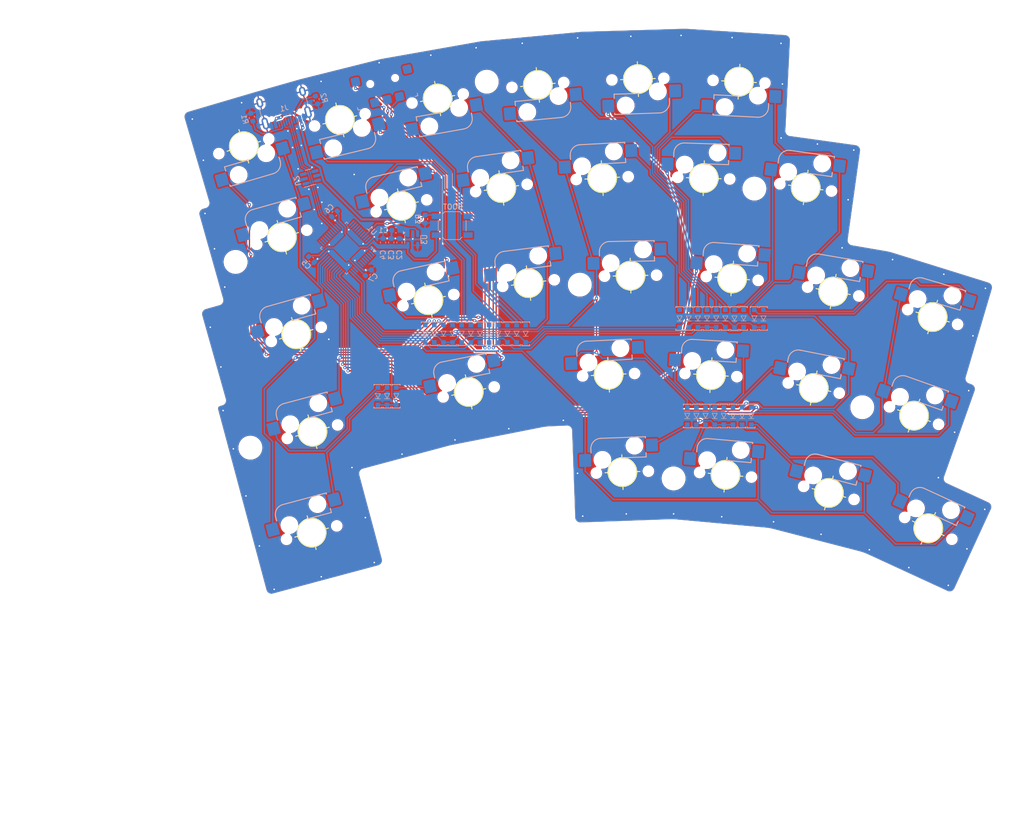
<source format=kicad_pcb>
(kicad_pcb (version 20241229) (generator "pcbnew") (generator_version "9.0")
  (layers (0 "F.Cu" signal) (2 "B.Cu" signal) (13 "F.Paste" user) (15 "B.Paste" user) (5 "F.SilkS" user "F.Silkscreen") (7 "B.SilkS" user "B.Silkscreen") (1 "F.Mask" user) (3 "B.Mask" user) (25 "Edge.Cuts" user))
  (net 0 "")
  (net 1 "GND")
  (net 2 "VBUS")
  (net 3 "+3.3V")
  (net 6 "/USB_D-")
  (net 12 "/nrst")
  (net 18 "/USB_D+")
  (net 20 "/boot0")
  (net 32 "Net-(J1-CC1)")
  (net 34 "Net-(J1-CC2)")
  (net 36 "Net-(D32-K)")
  (net 37 "/col1")
  (net 38 "Net-(D31-K)")
  (net 39 "/col2")
  (net 40 "/col4")
  (net 41 "Net-(D5-A)")
  (net 42 "/col3")
  (net 43 "Net-(D4-A)")
  (net 44 "Net-(D3-A)")
  (net 45 "Net-(D2-A)")
  (net 46 "/col0")
  (net 47 "Net-(D1-A)")
  (net 48 "Net-(D9-A)")
  (net 49 "Net-(D10-A)")
  (net 50 "Net-(D11-A)")
  (net 51 "/col5")
  (net 52 "Net-(D12-A)")
  (net 53 "Net-(D14-A)")
  (net 54 "Net-(D15-A)")
  (net 55 "Net-(D16-A)")
  (net 56 "Net-(D17-A)")
  (net 57 "Net-(D18-A)")
  (net 58 "Net-(D19-A)")
  (net 59 "/col6")
  (net 60 "Net-(D21-A)")
  (net 61 "Net-(D6-A)")
  (net 62 "Net-(D20-A)")
  (net 63 "Net-(D13-A)")
  (net 64 "Net-(D8-A)")
  (net 65 "/row2")
  (net 66 "/row4")
  (net 67 "/row1")
  (net 68 "/row3")
  (net 69 "Net-(D7-A)")
  (net 70 "/row0")
  (net 71 "Net-(D22-A)")
  (net 72 "Net-(D23-A)")
  (net 73 "Net-(D24-A)")
  (net 74 "Net-(D25-A)")
  (net 75 "Net-(D28-K)")
  (net 76 "Net-(D29-K)")
  (net 77 "Net-(D30-K)")
  (net 78 "Net-(D27-K)")
  (net 80 "Net-(D33-K)")
  (net 81 "Net-(D26-A)")
  (footprint "MyLibrary:hole_4mm" (layer "F.Cu") (at 65.633317 27.034009 15)
    (property "Reference" "Ref**")
    (property "Value" "Val**")
  )
  (footprint "MyLibrary:MX_GLPV3_1U" (layer "F.Cu") (at 133.703932 74.63192 -24.74)
    (property "Reference" "SW30" (hide yes))
    (property "Value" "SW_PUSH" (hide yes))
  )
  (footprint "MyLibrary:MX_GLPV3_1U" (layer "F.Cu") (at 111.324309 47.224309 -11.15)
    (property "Reference" "SW24" (hide yes))
    (property "Value" "SW_PUSH" (hide yes))
  )
  (footprint "MyLibrary:MX_GLPV3_1U" (layer "F.Cu") (at 37.858085 -9.332754 -169.95)
    (property "Reference" "SW3" (hide yes))
    (property "Value" "SW_PUSH" (hide yes))
  )
  (footprint "MyLibrary:MX_GLPV3_1U" (layer "F.Cu") (at 36.065051 30.048404 12.4)
    (property "Reference" "SW14" (hide yes))
    (property "Value" "SW_PUSH" (hide yes))
  )
  (footprint "MyLibrary:Diode_SMD_noname" (layer "F.Cu") (at 85.129606 33.635126 90)
    (property "Reference" "D16" (hide yes))
    (property "Value" "D" (hide yes))
  )
  (footprint "MyLibrary:Diode_SMD_noname" (layer "F.Cu") (at 99.119448 52.685112 90)
    (property "Reference" "D30" (hide yes))
    (property "Value" "D" (hide yes))
  )
  (footprint "MyLibrary:Diode_SMD_noname" (layer "F.Cu") (at 55.06636 36.611688 90)
    (property "Reference" "D15" (hide yes))
    (property "Value" "D" (hide yes))
  )
  (footprint "MyLibrary:MX_GLPV3_1.25U" (layer "F.Cu") (at 13.245793 75.466307 15)
    (property "Reference" "SW26" (hide yes))
    (property "Value" "SW_PUSH" (hide yes))
  )
  (footprint "MyLibrary:hole_4mm" (layer "F.Cu") (at 1.281488 58.874424 15)
    (property "Reference" "Ref**")
    (property "Value" "Val**")
  )
  (footprint "MyLibrary:MX_GLPV3_1U" (layer "F.Cu") (at 73.956023 63.646725 2.07)
    (property "Reference" "SW27" (hide yes))
    (property "Value" "SW_PUSH" (hide yes))
  )
  (footprint "MyLibrary:MX_GLPV3_1U" (layer "F.Cu") (at 75.541876 25.275145 1.13)
    (property "Reference" "SW16" (hide yes))
    (property "Value" "SW_PUSH" (hide yes))
  )
  (footprint "MyLibrary:Diode_SMD_noname" (layer "F.Cu") (at 53.280422 36.611688 90)
    (property "Reference" "D9" (hide yes))
    (property "Value" "D" (hide yes))
  )
  (footprint "MyLibrary:Diode_SMD_noname" (layer "F.Cu") (at 95.547576 52.685112 90)
    (property "Reference" "D24" (hide yes))
    (property "Value" "D" (hide yes))
  )
  (footprint "MyLibrary:Diode_SMD_noname" (layer "F.Cu") (at 35.421064 36.611689 90)
    (property "Reference" "D1" (hide yes))
    (property "Value" "D" (hide yes))
  )
  (footprint "MyLibrary:Diode_SMD_noname" (layer "F.Cu") (at 40.778873 36.611689 90)
    (property "Reference" "D14" (hide yes))
    (property "Value" "D" (hide yes))
  )
  (footprint "MyLibrary:MX_GLPV3_1U" (layer "F.Cu") (at 96.73114 -12.618173 177.12)
    (property "Reference" "SW6" (hide yes))
    (property "Value" "SW_PUSH" (hide yes))
  )
  (footprint "MyLibrary:Diode_SMD_noname" (layer "F.Cu") (at 99.71476 33.635128 90)
    (property "Reference" "D19" (hide yes))
    (property "Value" "D" (hide yes))
  )
  (footprint "MyLibrary:MX_GLPV3_1U" (layer "F.Cu") (at 55.614852 26.726799 7.21)
    (property "Reference" "SW15" (hide yes))
    (property "Value" "SW_PUSH" (hide yes))
  )
  (footprint "MyLibrary:Diode_SMD_noname" (layer "F.Cu") (at 26.193728 48.815584 90)
    (property "Reference" "D20" (hide yes))
    (property "Value" "D" (hide yes))
  )
  (footprint "MyLibrary:MX_GLPV3_1.75U" (layer "F.Cu") (at 13.41174 55.751763 15)
    (property "Reference" "SW20" (hide yes))
    (property "Value" "SW_PUSH" (hide yes))
  )
  (footprint "MyLibrary:MX_GLPV3_1U" (layer "F.Cu") (at 43.929176 47.987515 11.12)
    (property "Reference" "SW21" (hide yes))
    (property "Value" "SW_PUSH" (hide yes))
  )
  (footprint "MyLibrary:MX_GLPV3_1U" (layer "F.Cu") (at 30.789602 11.632066 13.21)
    (property "Reference" "SW8" (hide yes))
    (property "Value" "SW_PUSH" (hide yes))
  )
  (footprint "MyLibrary:MX_GLPV3_1U" (layer "F.Cu") (at 71.256887 44.622188 2.71)
    (property "Reference" "SW22" (hide yes))
    (property "Value" "SW_PUSH" (hide yes))
  )
  (footprint "MyLibrary:Diode_SMD_noname" (layer "F.Cu") (at 92.273361 33.635129 90)
    (property "Reference" "D6" (hide yes))
    (property "Value" "D" (hide yes))
  )
  (footprint "MyLibrary:Diode_SMD_noname" (layer "F.Cu") (at 101.500696 33.635128 90)
    (property "Reference" "D18" (hide yes))
    (property "Value" "D" (hide yes))
  )
  (footprint "MyLibrary:Diode_SMD_noname" (layer "F.Cu") (at 97.631177 33.635128 90)
    (property "Reference" "D12" (hide yes))
    (property "Value" "D" (hide yes))
  )
  (footprint "MyLibrary:Diode_SMD_noname" (layer "F.Cu") (at 49.708552 36.611688 90)
    (property "Reference" "D33" (hide yes))
    (property "Value" "D" (hide yes))
  )
  (footprint "MyLibrary:Diode_SMD_noname" (layer "F.Cu") (at 47.922616 36.611688 90)
    (property "Reference" "D32" (hide yes))
    (property "Value" "D" (hide yes))
  )
  (footprint "MyLibrary:MX_GLPV3_1U" (layer "F.Cu") (at 94.092559 64.168495 -5.04)
    (property "Reference" "SW28" (hide yes))
    (property "Value" "SW_PUSH" (hide yes))
  )
  (footprint "MyLibrary:MX_GLPV3_1.75U" (layer "F.Cu") (at 10.244569 36.715535 15.73)
    (property "Reference" "SW13" (hide yes))
    (property "Value" "SW_PUSH" (hide yes))
  )
  (footprint "MyLibrary:MX_GLPV3_1U" (layer "F.Cu") (at 70.014644 6.220507 3.13)
    (property "Reference" "SW10" (hide yes))
    (property "Value" "SW_PUSH" (hide yes))
  )
  (footprint "MyLibrary:MX_GLPV3_1U" (layer "F.Cu") (at 115.126689 28.375616 -9.76)
    (property "Reference" "SW18" (hide yes))
    (property "Value" "SW_PUSH" (hide yes))
  )
  (footprint "MyLibrary:Diode_SMD_noname" (layer "F.Cu") (at 90.189768 52.685113 90)
    (property "Reference" "D28" (hide yes))
    (property "Value" "D" (hide yes))
  )
  (footprint "MyLibrary:MX_GLPV3_1U" (layer "F.Cu") (at 57.437754 -11.985442 -174.62)
    (property "Reference" "SW4" (hide yes))
    (property "Value" "SW_PUSH" (hide yes))
  )
  (footprint "MyLibrary:Diode_SMD_noname" (layer "F.Cu") (at 37.207 36.611688 90)
    (property "Reference" "D7" (hide yes))
    (property "Value" "D" (hide yes))
  )
  (footprint "MyLibrary:Diode_SMD_noname" (layer "F.Cu") (at 42.564808 36.611689 90)
    (property "Reference" "D8" (hide yes))
    (property "Value" "D" (hide yes))
  )
  (footprint "MyLibrary:MX_GLPV3_1U" (layer "F.Cu") (at 89.844749 6.231131 -1.84)
    (property "Reference" "SW11" (hide yes))
    (property "Value" "SW_PUSH" (hide yes))
  )
  (footprint "MyLibrary:Diode_SMD_noname" (layer "F.Cu") (at 51.494488 36.611688 90)
    (property "Reference" "D3" (hide yes))
    (property "Value" "D" (hide yes))
  )
  (footprint "MyLibrary:hole_4mm" (layer "F.Cu") (at 120.808256 50.969258 15)
    (property "Reference" "Ref**")
    (property "Value" "Val**")
  )
  (footprint "MyLibrary:MX_GLPV3_1U" (layer "F.Cu") (at 76.978648 -13.125015 -178.11)
    (property "Reference" "SW5" (hide yes))
    (property "Value" "SW_PUSH" (hide yes))
  )
  (footprint "MyLibrary:hole_4mm" (layer "F.Cu") (at -1.609125 22.586075 15)
    (property "Reference" "Ref**")
    (property "Value" "Val**")
  )
  (footprint "MyLibrary:Diode_SMD_noname" (layer "F.Cu") (at 90.487421 33.635128 90)
    (property "Reference" "D5" (hide yes))
    (property "Value" "D" (hide yes))
  )
  (footprint "MyLibrary:MX_GLPV3_1U" (layer "F.Cu") (at 109.755895 8.045536 -7.94)
    (property "Reference" "SW12" (hide yes))
    (property "Value" "SW_PUSH" (hide yes))
  )
  (footprint "MyLibrary:MX_GLPV3_1.5U" (layer "F.Cu") (at 7.420656 17.771347 15.73)
    (property "Reference" "SW7" (hide yes))
    (property "Value" "SW_PUSH" (hide yes))
  )
  (footprint "MyLibrary:Diode_SMD_noname" (layer "F.Cu") (at 46.13668 36.611688 90)
    (property "Reference" "D31" (hide yes))
    (property "Value" "D" (hide yes))
  )
  (footprint "MyLibrary:Diode_SMD_noname" (layer "F.Cu") (at 27.979664 48.815584 90)
    (property "Reference" "D26" (hide yes))
    (property "Value" "D" (hide yes))
  )
  (footprint "MyLibrary:Diode_SMD_noname" (layer "F.Cu") (at 93.76164 52.685113 90)
    (property "Reference" "D25" (hide yes))
    (property "Value" "D" (hide yes))
  )
  (footprint "MyLibrary:Diode_SMD_noname" (layer "F.Cu") (at 97.333512 52.685112 90)
    (property "Reference" "D29" (hide yes))
    (property "Value" "D" (hide yes))
  )
  (footprint "MyLibrary:Diode_SMD_noname" (layer "F.Cu") (at 95.845239 33.635128 90)
    (property "Reference" "D17" (hide yes))
    (property "Value" "D" (hide yes))
  )
  (footprint "MyLibrary:Diode_SMD_noname" (layer "F.Cu") (at 29.7656 48.815584 90)
    (property "Reference" "D21" (hide yes))
    (property "Value" "D" (hide yes))
  )
  (footprint "MyLibrary:MX_GLPV3_1U" (layer "F.Cu") (at 50.311949 8.147536 8.04)
    (property "Reference" "SW9" (hide yes))
    (property "Value" "SW_PUSH" (hide yes))
  )
  (footprint "MyLibrary:MX_GLPV3_1U" (layer "F.Cu") (at 130.917435 52.613615 -19.56)
    (property "Reference" "SW25" (hide yes))
    (property "Value" "SW_PUSH" (hide yes))
  )
  (footprint "MyLibrary:Diode_SMD_noname" (layer "F.Cu") (at 38.992936 36.611688 90)
    (property "Reference" "D13" (hide yes))
    (property "Value" "D" (hide yes))
  )
  (footprint "MyLibrary:hole_4mm" (layer "F.Cu") (at 47.45284 -12.611422 15)
    (property "Reference" "Ref**")
    (property "Value" "Val**")
  )
  (footprint "MyLibrary:hole_4mm" (layer "F.Cu") (at 99.738297 8.267539 15)
    (property "Reference" "Ref**")
    (property "Value" "Val**")
  )
  (footprint "MyLibrary:Diode_SMD_noname" (layer "F.Cu") (at 88.701482 33.635128 90)
    (property "Reference" "D4" (hide yes))
    (property "Value" "D" (hide yes))
  )
  (footprint "MyLibrary:MX_GLPV3_1U" (layer "F.Cu") (at 91.243168 44.695377 -3.44)
    (property "Reference" "SW23" (hide yes))
    (property "Value" "SW_PUSH" (hide yes))
  )
  (footprint "MyLibrary:Diode_SMD_noname" (layer "F.Cu") (at 86.915543 33.635128 90)
    (property "Reference" "D10" (hide yes))
    (property "Value" "D" (hide yes))
  )
  (footprint "MyLibrary:MX_GLPV3_1U" (layer "F.Cu") (at 114.283524 67.709125 -14.51)
    (property "Reference" "SW29" (hide yes))
    (property "Value" "SW_PUSH" (hide yes))
  )
  (footprint "MyLibrary:Diode_SMD_noname" (layer "F.Cu") (at 91.975705 52.685113 90)
    (property "Reference" "D23" (hide yes))
    (property "Value" "D" (hide yes))
  )
  (footprint "MyLibrary:MX_GLPV3_1U" (layer "F.Cu") (at 18.760668 -5.158409 -166.45)
    (property "Reference" "SW2" (hide yes))
    (property "Value" "SW_PUSH" (hide yes))
  )
  (footprint "MyLibrary:MX_GLPV3_1U" (layer "F.Cu") (at 95.403481 25.822685 -4.24)
    (property "Reference" "SW17" (hide yes))
    (property "Value" "SW_PUSH" (hide yes))
  )
  (footprint "MyLibrary:MX_GLPV3_1U" (layer "F.Cu") (at 0 0 -163.59)
    (property "Reference" "SW1" (hide yes))
    (property "Value" "SW_PUSH" (hide yes))
  )
  (footprint "MyLibrary:hole_4mm" (layer "F.Cu") (at 83.953357 64.882076 15)
    (property "Reference" "Ref**")
    (property "Value" "Val**")
  )
  (footprint "MyLibrary:Diode_SMD_noname" (layer "F.Cu") (at 88.403832 52.685113 90)
    (property "Reference" "D22" (hide yes))
    (property "Value" "D" (hide yes))
  )
  (footprint "MyLibrary:Diode_SMD_noname" (layer "F.Cu") (at 44.350744 36.611688 90)
    (property "Reference" "D2" (hide yes))
    (property "Value" "D" (hide yes))
  )
  (footprint "MyLibrary:Diode_SMD_noname" (layer "F.Cu") (at 94.0593 33.635128 90)
    (property "Reference" "D11" (hide yes))
    (property "Value" "D" (hide yes))
  )
  (footprint "MyLibrary:MX_GLPV3_1U" (layer "F.Cu") (at 134.549662 33.352398 -16.459)
    (property "Reference" "SW19" (hide yes))
    (property "Value" "SW_PUSH" (hide yes))
  )
  (footprint "MyLibrary:Diode_SMD_noname" (layer "F.Cu") (at 86.617896 52.685113 90)
    (property "Reference" "D27" (hide yes))
    (property "Value" "D" (hide yes))
  )
  (footprint "MyLibrary:TMHU27" (layer "B.Cu") (at 27.174835 -12.561384 -166.45)
    (property "Reference" "SW31" (hide yes))
    (property "Value" "SW_SP3T_NR01103")
  )
  (footprint "MyLibrary:USB_C_Receptacle_HRO_TYPE-C-31-M-12_My" (layer "B.Cu") (at 7.559161 -8.590571 15)
    (property "Reference" "J1")
    (property "Value" "USB_C_Receptacle")
  )
  (footprint "Capacitor_SMD:C_0603_1608Metric" (layer "B.Cu") (at 1.565472 -5.658122 -75)
    (property "Reference" "R1")
    (property "Value" "5.1k")
  )
  (footprint "Capacitor_SMD:C_0603_1608Metric" (layer "B.Cu") (at 30.4 18.8 90)
    (property "Reference" "C2")
    (property "Value" "4.7u")
  )
  (footprint "Capacitor_SMD:C_0603_1608Metric" (layer "B.Cu") (at 17.7 13.2 -135)
    (property "Reference" "C6")
    (property "Value" "100n")
  )
  (footprint "Capacitor_SMD:C_0603_1608Metric" (layer "B.Cu") (at 35.4 14.2 -90)
    (property "Reference" "R3")
    (property "Value" "10k")
  )
  (footprint "Capacitor_SMD:C_0603_1608Metric" (layer "B.Cu") (at 14.216072 -9.04784 105)
    (property "Reference" "R2")
    (property "Value" "5.1k")
  )
  (footprint "Capacitor_SMD:C_0603_1608Metric" (layer "B.Cu") (at 27.2 18.800002 90)
    (property "Reference" "C4")
    (property "Value" "100n")
  )
  (footprint "Button_Switch_SMD:SW_SPST_SKQG_WithStem" (layer "B.Cu") (at 40.7 15.5)
    (property "Reference" "SW32" (hide yes))
    (property "Value" "SW_Push")
  )
  (footprint "Capacitor_SMD:C_0603_1608Metric" (layer "B.Cu") (at 13.2 22.1 -45)
    (property "Reference" "C5")
    (property "Value" "100n")
  )
  (footprint "Package_TO_SOT_SMD:SOT-23-5" (layer "B.Cu") (at 33.000001 18.200001 -90)
    (property "Reference" "U3")
    (property "Value" "TLV75733PDBV")
  )
  (footprint "Capacitor_SMD:C_0603_1608Metric" (layer "B.Cu") (at 24.3 24.700001 45)
    (property "Reference" "C7")
    (property "Value" "100n")
  )
  (footprint "MyLibrary:sot-23-6-USBESD" (layer "B.Cu") (at 13.013395 6.065914 15)
    (property "Reference" "U2")
    (property "Value" "CDSOT236-0504C")
  )
  (footprint "Package_QFP:LQFP-48_7x7mm_P0.5mm" (layer "B.Cu") (at 20.077126 19.900001 135)
    (property "Reference" "U1")
    (property "Value" "STM32F072CBTx")
  )
  (footprint "Capacitor_SMD:C_0603_1608Metric" (layer "B.Cu") (at 28.8 18.8 90)
    (property "Reference" "C3")
    (property "Value" "1u")
  )
  (footprint "Capacitor_SMD:C_0603_1608Metric" (layer "B.Cu") (at 29.7 16.4 180)
    (property "Reference" "C1")
    (property "Value" "1u")
  )
  (gr_arc (start 26.952779 80.619262) (mid 26.85289 81.378101) (end 26.245672 81.844006) (stroke (width 0.05)) (layer "Edge.Cuts"))
  (gr_arc (start -8.111101 33.028769) (mid -8.020876 32.268739) (end -7.419655 31.795115) (stroke (width 0.05)) (layer "Edge.Cuts"))
  (gr_line (start 105.737847 -21.715209) (end 86.649487 -22.929386) (stroke (width 0.05)) (layer "Edge.Cuts"))
  (gr_arc (start 65.780633 73.473436) (mid 65.063436 73.206247) (end 64.745166 72.510208) (stroke (width 0.05)) (layer "Edge.Cuts"))
  (gr_arc (start -4.034085 29.802653) (mid -4.124308 30.562684) (end -4.725529 31.036308) (stroke (width 0.05)) (layer "Edge.Cuts"))
  (gr_arc (start 118.775655 19.338394) (mid 118.137668 18.942786) (end 117.954764 18.214732) (stroke (width 0.05)) (layer "Edge.Cuts"))
  (gr_line (start 84.428694 72.880081) (end 101.865829 74.469979) (stroke (width 0.05)) (layer "Edge.Cuts"))
  (gr_line (start 26.952779 80.619262) (end 22.552899 64.19868) (stroke (width 0.05)) (layer "Edge.Cuts"))
  (gr_line (start 40.632186 58.342802) (end 58.274774 54.870156) (stroke (width 0.05)) (layer "Edge.Cuts"))
  (gr_line (start 121.914888 79.687183) (end 137.460251 86.850403) (stroke (width 0.05)) (layer "Edge.Cuts"))
  (gr_line (start 64.130617 55.507467) (end 64.745166 72.510208) (stroke (width 0.05)) (layer "Edge.Cuts"))
  (gr_arc (start 85.718429 -22.945165) (mid 86.184142 -22.948121) (end 86.649487 -22.929386) (stroke (width 0.05)) (layer "Edge.Cuts"))
  (gr_arc (start 141.638521 46.314452) (mid 141.082247 45.826006) (end 141.014292 45.088832) (stroke (width 0.05)) (layer "Edge.Cuts"))
  (gr_line (start 103.463297 74.74763) (end 120.235366 79.088306) (stroke (width 0.05)) (layer "Edge.Cuts"))
  (gr_line (start 125.47808 20.491286) (end 118.775655 19.338394) (stroke (width 0.05)) (layer "Edge.Cuts"))
  (gr_line (start 145.442475 26.62324) (end 126.758615 20.799567) (stroke (width 0.05)) (layer "Edge.Cuts"))
  (gr_arc (start 145.442475 26.62324) (mid 146.026941 27.106703) (end 146.103922 27.861267) (stroke (width 0.05)) (layer "Edge.Cuts"))
  (gr_line (start -8.642941 13.439015) (end -4.034085 29.802653) (stroke (width 0.05)) (layer "Edge.Cuts"))
  (gr_line (start -5.024879 51.34847) (end 4.434916 86.652904) (stroke (width 0.05)) (layer "Edge.Cuts"))
  (gr_arc (start 2.342166 -10.619261) (mid 2.384581 -10.631651) (end 2.427049 -10.643853) (stroke (width 0.05)) (layer "Edge.Cuts"))
  (gr_arc (start 101.865829 74.469979) (mid 102.6702 74.576371) (end 103.463297 74.74763) (stroke (width 0.05)) (layer "Edge.Cuts"))
  (gr_line (start 23.259984 62.973941) (end 39.972621 58.495804) (stroke (width 0.05)) (layer "Edge.Cuts"))
  (gr_line (start 65.780633 73.473436) (end 83.159467 72.845295) (stroke (width 0.05)) (layer "Edge.Cuts"))
  (gr_line (start -7.432796 12.059267) (end -7.951497 12.205361) (stroke (width 0.05)) (layer "Edge.Cuts"))
  (gr_arc (start 120.235366 79.088306) (mid 121.088504 79.350231) (end 121.914888 79.687183) (stroke (width 0.05)) (layer "Edge.Cuts"))
  (gr_arc (start 142.139381 46.492407) (mid 142.707631 47.005132) (end 142.746877 47.769493) (stroke (width 0.05)) (layer "Edge.Cuts"))
  (gr_line (start 26.476824 -16.964162) (end 11.138864 -13.12074) (stroke (width 0.05)) (layer "Edge.Cuts"))
  (gr_arc (start -3.506965 49.375643) (mid -3.600321 50.14122) (end -4.210696 50.612673) (stroke (width 0.05)) (layer "Edge.Cuts"))
  (gr_line (start -11.545384 -5.486835) (end -6.744636 10.814208) (stroke (width 0.05)) (layer "Edge.Cuts"))
  (gr_line (start 45.914912 -20.434072) (end 27.162421 -17.110626) (stroke (width 0.05)) (layer "Edge.Cuts"))
  (gr_line (start 142.139381 46.492407) (end 141.638521 46.314452) (stroke (width 0.05)) (layer "Edge.Cuts"))
  (gr_line (start 119.514914 -0.21054) (end 106.647226 -2.005237) (stroke (width 0.05)) (layer "Edge.Cuts"))
  (gr_line (start 59.663059 54.706631) (end 63.08399 54.544706) (stroke (width 0.05)) (layer "Edge.Cuts"))
  (gr_arc (start 63.08399 54.544706) (mid 63.80833 54.807563) (end 64.130617 55.507467) (stroke (width 0.05)) (layer "Edge.Cuts"))
  (gr_arc (start -6.744636 10.814208) (mid -6.828689 11.580458) (end -7.432796 12.059267) (stroke (width 0.05)) (layer "Edge.Cuts"))
  (gr_line (start 85.718429 -22.945165) (end 66.349035 -22.371079) (stroke (width 0.05)) (layer "Edge.Cuts"))
  (gr_line (start -4.210696 50.612673) (end -4.671325 50.736099) (stroke (width 0.05)) (layer "Edge.Cuts"))
  (gr_arc (start 45.914912 -20.434072) (mid 46.317531 -20.496994) (end 46.722379 -20.543461) (stroke (width 0.05)) (layer "Edge.Cuts"))
  (gr_arc (start 39.972642 58.495798) (mid 40.301119 58.413718) (end 40.632186 58.342802) (stroke (width 0.05)) (layer "Edge.Cuts"))
  (gr_arc (start 105.737847 -21.715209) (mid 106.420506 -21.382962) (end 106.673105 -20.66698) (stroke (width 0.05)) (layer "Edge.Cuts"))
  (gr_arc (start 5.659661 87.360011) (mid 4.900842 87.260112) (end 4.434916 86.652904) (stroke (width 0.05)) (layer "Edge.Cuts"))
  (gr_line (start 141.014292 45.088832) (end 146.103922 27.861267) (stroke (width 0.05)) (layer "Edge.Cuts"))
  (gr_arc (start 125.47808 20.491286) (mid 126.123425 20.624335) (end 126.758615 20.799567) (stroke (width 0.05)) (layer "Edge.Cuts"))
  (gr_line (start 105.786625 -3.045892) (end 106.673105 -20.66698) (stroke (width 0.05)) (layer "Edge.Cuts"))
  (gr_line (start 5.659661 87.360011) (end 26.245672 81.844006) (stroke (width 0.05)) (layer "Edge.Cuts"))
  (gr_line (start 2.342166 -10.619261) (end -10.868629 -6.728609) (stroke (width 0.05)) (layer "Edge.Cuts"))
  (gr_arc (start -8.642941 13.439015) (mid -8.552718 12.678984) (end -7.951497 12.205361) (stroke (width 0.05)) (layer "Edge.Cuts"))
  (gr_arc (start -5.024879 51.34847) (mid -4.974925 50.969062) (end -4.671325 50.736099) (stroke (width 0.05)) (layer "Edge.Cuts"))
  (gr_arc (start 65.707686 -22.331416) (mid 66.028042 -22.356401) (end 66.349035 -22.371079) (stroke (width 0.05)) (layer "Edge.Cuts"))
  (gr_line (start -4.725529 31.036308) (end -7.419655 31.795115) (stroke (width 0.05)) (layer "Edge.Cuts"))
  (gr_arc (start 145.432701 69.548883) (mid 145.952425 70.110788) (end 145.922415 70.875602) (stroke (width 0.05)) (layer "Edge.Cuts"))
  (gr_arc (start 138.786969 86.360689) (mid 138.224998 86.880261) (end 137.460251 86.850403) (stroke (width 0.05)) (layer "Edge.Cuts"))
  (gr_line (start 136.781041 64.560596) (end 142.746877 47.769493) (stroke (width 0.05)) (layer "Edge.Cuts"))
  (gr_line (start 117.954764 18.214732) (end 120.367192 0.918009) (stroke (width 0.05)) (layer "Edge.Cuts"))
  (gr_line (start 65.707686 -22.331416) (end 46.722379 -20.543461) (stroke (width 0.05)) (layer "Edge.Cuts"))
  (gr_arc (start 83.159467 72.845295) (mid 83.794632 72.842528) (end 84.428694 72.880081) (stroke (width 0.05)) (layer "Edge.Cuts"))
  (gr_line (start 138.786969 86.360689) (end 145.922415 70.875602) (stroke (width 0.05)) (layer "Edge.Cuts"))
  (gr_arc (start 26.476824 -16.964162) (mid 26.818338 -17.043405) (end 27.162421 -17.110626) (stroke (width 0.05)) (layer "Edge.Cuts"))
  (gr_line (start 10.829332 -13.037883) (end 2.427049 -10.643853) (stroke (width 0.05)) (layer "Edge.Cuts"))
  (gr_line (start 145.432701 69.548883) (end 137.304831 65.803605) (stroke (width 0.05)) (layer "Edge.Cuts"))
  (gr_arc (start -11.545384 -5.486835) (mid -11.464185 -6.247882) (end -10.868629 -6.728609) (stroke (width 0.05)) (layer "Edge.Cuts"))
  (gr_arc (start 58.274774 54.870156) (mid 58.966055 54.764101) (end 59.663059 54.706631) (stroke (width 0.05)) (layer "Edge.Cuts"))
  (gr_arc (start 22.552899 64.19868) (mid 22.65281 63.439868) (end 23.260005 62.973934) (stroke (width 0.05)) (layer "Edge.Cuts"))
  (gr_arc (start 10.829332 -13.037883) (mid 10.983766 -13.080553) (end 11.138864 -13.12074) (stroke (width 0.05)) (layer "Edge.Cuts"))
  (gr_arc (start 137.304831 65.803605) (mid 136.801848 65.2837) (end 136.781041 64.560596) (stroke (width 0.05)) (layer "Edge.Cuts"))
  (gr_arc (start 119.514914 -0.21054) (mid 120.174764 0.17722) (end 120.367192 0.918009) (stroke (width 0.05)) (layer "Edge.Cuts"))
  (gr_line (start -8.111101 33.028769) (end -3.506965 49.375643) (stroke (width 0.05)) (layer "Edge.Cuts"))
  (gr_arc (start 106.647226 -2.005237) (mid 106.014741 -2.358366) (end 105.786625 -3.045892) (stroke (width 0.05)) (layer "Edge.Cuts"))
  (gr_text "BOOT" (at 40.853719 11.829355 0) (layer "B.SilkS") (effects (font (size 1 1)) (justify mirror)))
  (via (at 10.695173 6.687079) (size 0.6) (drill 0.3) (layers "F.Cu" "B.Cu") (net 1))
  (via (at 25.5 17.700001) (size 0.6) (drill 0.3) (layers "F.Cu" "B.Cu") (net 1))
  (via (at 137.616836 85.772041) (size 0.6) (drill 0.3) (layers "F.Cu" "B.Cu") (net 1))
  (via (at 122.192805 78.811257) (size 0.6) (drill 0.3) (layers "F.Cu" "B.Cu") (net 1))
  (via (at 138.846497 55.859513) (size 0.6) (drill 0.3) (layers "F.Cu" "B.Cu") (net 1))
  (via (at 74.710211 71.812152) (size 0.6) (drill 0.3) (layers "F.Cu" "B.Cu") (net 1))
  (via (at 23.747225 72.525062) (size 0.6) (drill 0.3) (layers "F.Cu" "B.Cu") (net 1))
  (via (at 144.871736 27.743524) (size 0.6) (drill 0.3) (layers "F.Cu" "B.Cu") (net 1))
  (via (at 85.412259 -21.65352) (size 0.6) (drill 0.3) (layers "F.Cu" "B.Cu") (net 1))
  (via (at 62.417079 53.53506) (size 0.6) (drill 0.3) (layers "F.Cu" "B.Cu") (net 1))
  (via (at 15.247393 10.925979) (size 0.6) (drill 0.3) (layers "F.Cu" "B.Cu") (net 1))
  (via (at 31.3 18.200001) (size 0.6) (drill 0.3) (layers "F.Cu" "B.Cu") (net 1))
  (via (at -2.038375 59.095951) (size 0.6) (drill 0.3) (layers "F.Cu" "B.Cu") (net 1))
  (via (at 54.39103 -20.120853) (size 0.6) (drill 0.3) (layers "F.Cu" "B.Cu") (net 1))
  (via (at 36.52381 -17.798586) (size 0.6) (drill 0.3) (layers "F.Cu" "B.Cu") (net 1))
  (via (at 23.3 19.05) (size 0.6) (drill 0.3) (layers "F.Cu" "B.Cu") (net 1))
  (via (at 21.127893 62.749582) (size 0.6) (drill 0.3) (layers "F.Cu" "B.Cu") (net 1))
  (via (at 65.203664 -21.169143) (size 0.6) (drill 0.3) (layers "F.Cu" "B.Cu") (net 1))
  (via (at 116.868607 19.839161) (size 0.6) (drill 0.3) (layers "F.Cu" "B.Cu") (net 1))
  (via (at 3.04621 78.071882) (size 0.6) (drill 0.3) (layers "F.Cu" "B.Cu") (net 1))
  (via (at 10.601658 4.406227) (size 0.6) (drill 0.3) (layers "F.Cu" "B.Cu") (net 1))
  (via (at 15.093749 -12.672745) (size 0.6) (drill 0.3) (layers "F.Cu" "B.Cu") (net 1))
  (via (at 13.313186 4.093787) (size 0.6) (drill 0.3) (layers "F.Cu" "B.Cu") (net 1))
  (via (at 144.731675 70.922952) (size 0.6) (drill 0.3) (layers "F.Cu" "B.Cu") (net 1))
  (via (at 17.829552 14.470448) (size 0.6) (drill 0.3) (layers "F.Cu" "B.Cu") (net 1))
  (via (at 16.6 20.531425) (size 0.6) (drill 0.3) (layers "F.Cu" "B.Cu") (net 1))
  (via (at 118.048563 10.442142) (size 0.6) (drill 0.3) (layers "F.Cu" "B.Cu") (net 1))
  (via (at -3.725139 27.499623) (size 0.6) (drill 0.3) (layers "F.Cu" "B.Cu") (net 1))
  (via (at 8.621693 -2.983105) (size 0.6) (drill 0.3) (layers "F.Cu" "B.Cu") (net 1))
  (via (at 26.440235 -16.32934) (size 0.6) (drill 0.3) (layers "F.Cu" "B.Cu") (net 1))
  (via (at 11.240344 -0.164832) (size 0.6) (drill 0.3) (layers "F.Cu" "B.Cu") (net 1))
  (via (at 28 18) (size 0.6) (drill 0.3) (layers "F.Cu" "B.Cu") (net 1))
  (via (at 20.5 23.2) (size 0.6) (drill 0.3) (layers "F.Cu" "B.Cu") (net 1))
  (via (at -5.728157 20.024256) (size 0.6) (drill 0.3) (layers "F.Cu" "B.Cu") (net 1))
  (via (at 0.426878 68.296403) (size 0.6) (drill 0.3) (layers "F.Cu" "B.Cu") (net 1))
  (via (at 129.904821 82.291649) (size 0.6) (drill 0.3) (layers "F.Cu" "B.Cu") (net 1))
  (via (at 5.932415 86.543227) (size 0.6) (drill 0.3) (layers "F.Cu" "B.Cu") (net 1))
  (via (at 19.15 16.75) (size 0.6) (drill 0.3) (layers "F.Cu" "B.Cu") (net 1))
  (via (at 93.347684 72.364994) (size 0.6) (drill 0.3) (layers "F.Cu" "B.Cu") (net 1))
  (via (at 136.738772 24.992242) (size 0.6) (drill 0.3) (layers "F.Cu" "B.Cu") (net 1))
  (via (at 15.132871 84.077972) (size 0.6) (drill 0.3) (layers "F.Cu" "B.Cu") (net 1))
  (via (at 10.360359 -3.448979) (size 0.6) (drill 0.3) (layers "F.Cu" "B.Cu") (net 1))
  (via (at 104.933067 -20.104656) (size 0.6) (drill 0.3) (layers "F.Cu" "B.Cu") (net 1))
  (via (at 41.25388 57.35684) (size 0.6) (drill 0.3) (layers "F.Cu" "B.Cu") (net 1))
  (via (at 51.758466 55.158458) (size 0.6) (drill 0.3) (layers "F.Cu" "B.Cu") (net 1))
  (via (at 23.6 20.4) (size 0.6) (drill 0.3) (layers "F.Cu" "B.Cu") (net 1))
  (via (at -7.577097 13.123918) (size 0.6) (drill 0.3) (layers "F.Cu" "B.Cu") (net 1))
  (via (at 142.428621 37.026597) (size 0.6) (drill 0.3) (layers "F.Cu" "B.Cu") (net 1))
  (via (at 21.7 22.3) (size 0.6) (drill 0.3) (layers "F.Cu" "B.Cu") (net 1))
  (via (at 25.483372 81.304564) (size 0.6) (drill 0.3) (layers "F.Cu" "B.Cu") (net 1))
  (via (at 23.8 24.151992) (size 0.6) (drill 0.3) (layers "F.Cu" "B.Cu") (net 1))
  (via (at -6.553452 35.345015) (size 0.6) (drill 0.3) (layers "F.Cu" "B.Cu") (net 1))
  (via (at 75.595566 -21.488397) (size 0.6) (drill 0.3) (layers "F.Cu" "B.Cu") (net 1))
  (via (at -10.053413 -5.318269) (size 0.6) (drill 0.3) (layers "F.Cu" "B.Cu") (net 1))
  (via (at 33 18.1) (size 0.6) (drill 0.3) (layers "F.Cu" "B.Cu") (net 1))
  (via (at 12.706388 8.397482) (size 0.6) (drill 0.3) (layers "F.Cu" "B.Cu") (net 1))
  (via (at 104.955191 -1.621183) (size 0.6) (drill 0.3) (layers "F.Cu" "B.Cu") (net 1))
  (via (at 30.903373 60.130251) (size 0.6) (drill 0.3) (layers "F.Cu" "B.Cu") (net 1))
  (via (at -0.432012 -8.512629) (size 0.6) (drill 0.3) (layers "F.Cu" "B.Cu") (net 1))
  (via (at 141.251306 78.635054) (size 0.6) (drill 0.3) (layers "F.Cu" "B.Cu") (net 1))
  (via (at -4.473398 43.107883) (size 0.6) (drill 0.3) (layers "F.Cu" "B.Cu") (net 1))
  (via (at 45.380335 -19.247216) (size 0.6) (drill 0.3) (layers "F.Cu" "B.Cu") (net 1))
  (via (at 112.050887 -0.440927) (size 0.6) (drill 0.3) (layers "F.Cu" "B.Cu") (net 1))
  (via (at 141.597784 47.726547) (size 0.6) (drill 0.3) (layers "F.Cu" "B.Cu") (net 1))
  (via (at 103.472597 73.349909) (size 0.6) (drill 0.3) (layers "F.Cu" "B.Cu") (net 1))
  (via (at 21.560089 5.507502) (size 0.6) (drill 0.3) (layers "F.Cu" "B.Cu") (net 1))
  (via (at 65.190541 63.885612) (size 0.6) (drill 0.3) (layers "F.Cu" "B.Cu") (net 1))
  (via (at 9.537033 0.239805) (size 0.6) (drill 0.3) (layers "F.Cu" "B.Cu") (net 1))
  (via (at 13.767546 12.357778) (size 0.6) (drill 0.3) (layers "F.Cu" "B.Cu") (net 1))
  (via (at 16.6 37.7) (size 0.6) (drill 0.3) (layers "F.Cu" "B.Cu") (net 1))
  (via (at 95.383174 -21.24365) (size 0.6) (drill 0.3) (layers "F.Cu" "B.Cu") (net 1))
  (via (at 66.197526 72.244103) (size 0.6) (drill 0.3) (layers "F.Cu" "B.Cu") (net 1))
  (via (at 126.726657 22.128212) (size 0.6) (drill 0.3) (layers "F.Cu" "B.Cu") (net 1))
  (via (at -4.041394 51.620584) (size 0.6) (drill 0.3) (layers "F.Cu" "B.Cu") (net 1))
  (via (at 15.220152 15.074383) (size 0.6) (drill 0.3) (layers "F.Cu" "B.Cu") (net 1))
  (via (at 28.000001 16.400001) (size 0.6) (drill 0.3) (layers "F.Cu" "B.Cu") (net 1))
  (via (at 16.7 19.2) (size 0.6) (drill 0.3) (layers "F.Cu" "B.Cu") (net 1))
  (via (at 112.755611 75.793037) (size 0.6) (drill 0.3) (layers "F.Cu" "B.Cu") (net 1))
  (via (at 105.211 -12.167055) (size 0.6) (drill 0.3) (layers "F.Cu" "B.Cu") (net 1))
  (via (at 119.146595 0.739375) (size 0.6) (drill 0.3) (layers "F.Cu" "B.Cu") (net 1))
  (via (at 14.4 22) (size 0.6) (drill 0.3) (layers "F.Cu" "B.Cu") (net 1))
  (via (at 135.674169 64.721609) (size 0.6) (drill 0.3) (layers "F.Cu" "B.Cu") (net 1))
  (via (at -7.896316 2.732125) (size 0.6) (drill 0.3) (layers "F.Cu" "B.Cu") (net 1))
  (via (at 29.600001 18.000001) (size 0.6) (drill 0.3) (layers "F.Cu" "B.Cu") (net 1))
  (via (at 83.951948 71.801089) (size 0.6) (drill 0.3) (layers "F.Cu" "B.Cu") (net 1))
  (via (at 20.5 16.3) (size 0.6) (drill 0.3) (layers "F.Cu" "B.Cu") (net 1))
  (via (at 14.470937 8.028201) (size 0.6) (drill 0.3) (layers "F.Cu" "B.Cu") (net 1))
  (segment (start 11.854282 6.376496) (end 10.695173 6.687079) (width 0.6) (layer "B.Cu") (net 1))
  (segment (start 13.751992 22.648008) (end 13.748008 22.648008) (width 0.25) (layer "B.Cu") (net 1))
  (segment (start 11.955173 -5.668786) (end 12.542072 -6.685324) (width 0.8) (layer "B.Cu") (net 1))
  (segment (start 11.723351 -5.606668) (end 11.955173 -5.668786) (width 0.25) (layer "B.Cu") (net 1))
  (segment (start 14.4 22) (end 14.795145 21.999999) (width 0.25) (layer "B.Cu") (net 1))
  (segment (start 33 18.1) (end 33.1 18.2) (width 0.4) (layer "B.Cu") (net 1))
  (segment (start 31.3 18.200001) (end 32.9 18.200001) (width 0.4) (layer "B.Cu") (net 1))
  (segment (start 23.268456 24.151994) (end 23.8 24.151992) (width 0.25) (layer "B.Cu") (net 1))
  (segment (start 30.400001 18.025) (end 27.2 18.025) (width 0.4) (layer "B.Cu") (net 1))
  (segment (start 17.829552 14.470448) (end 18.724783 15.365679) (width 0.25) (layer "B.Cu") (net 1))
  (segment (start 22.490128 23.373663) (end 21.3 22.183535) (width 0.25) (layer "B.Cu") (net 1))
  (segment (start 25.459105 17.7) (end 25.5 17.700001) (width 0.25) (layer "B.Cu") (net 1))
  (segment (start 22.490127 23.373662) (end 23.208232 24.091768) (width 0.25) (layer "B.Cu") (net 1))
  (segment (start 16.6 20.531425) (end 16.263722 20.531425) (width 0.25) (layer "B.Cu") (net 1))
  (segment (start 14.4 22) (end 13.751992 22.648008) (width 0.4) (layer "B.Cu") (net 1))
  (segment (start 5.444833 -3.924344) (end 5.213011 -3.862229) (width 0.25) (layer "B.Cu") (net 1))
  (segment (start 11.723343 -5.606667) (end 12.061462 -4.344789) (width 0.25) (layer "B.Cu") (net 1))
  (segment (start 28.925 17.9) (end 28.800001 18.025001) (width 0.4) (layer "B.Cu") (net 1))
  (segment (start 33 17.062501) (end 33 18.1) (width 0.6) (layer "B.Cu") (net 1))
  (segment (start 5.213011 -3.862229) (end 4.196473 -4.449126) (width 0.8) (layer "B.Cu") (net 1))
  (segment (start 17.151992 13.748008) (end 17.151992 13.792887) (width 0.25) (layer "B.Cu") (net 1))
  (segment (start 30.575001 18.200001) (end 31.3 18.200001) (width 0.4) (layer "B.Cu") (net 1))
  (segment (start 23.208232 24.091768) (end 23.268456 24.151994) (width 0.25) (layer "B.Cu") (net 1))
  (segment (start 33.1 18.2) (end 35.199998 18.2) (width 0.4) (layer "B.Cu") (net 1))
  (segment (start 14.795145 21.999999) (end 15.542803 21.252342) (width 0.25) (layer "B.Cu") (net 1))
  (segment (start 24.611447 18.547658) (end 25.459105 17.7) (width 0.25) (layer "B.Cu") (net 1))
  (segment (start 17.151992 13.792887) (end 17.829552 14.470448) (width 0.25) (layer "B.Cu") (net 1))
  (segment (start 32.9 18.200001) (end 33 18.1) (width 0.4) (layer "B.Cu") (net 1))
  (segment (start 30.400001 18.025) (end 30.575001 18.200001) (width 0.4) (layer "B.Cu") (net 1))
  (segment (start 16.263722 20.531425) (end 15.542804 21.252343) (width 0.25) (layer "B.Cu") (net 1))
  (segment (start 23.8 24.151992) (end 24.848008 24.151992) (width 0.25) (layer "B.Cu") (net 1))
  (segment (start 10.956012 -5.760596) (end 11.351063 -4.286252) (width 0.4) (layer "F.Cu") (net 2))
  (segment (start 7.385157 -5.705841) (end 7.564289 -6.016107) (width 0.4) (layer "F.Cu") (net 2))
  (segment (start 9.578606 -6.555842) (end 10.956012 -5.760596) (width 0.4) (layer "F.Cu") (net 2))
  (segment (start 7.214901 -5.660221) (end 6.387125 -5.438419) (width 0.6) (layer "F.Cu") (net 2))
  (segment (start 7.214901 -5.660221) (end 7.385157 -5.705841) (width 0.4) (layer "F.Cu") (net 2))
  (segment (start 7.564289 -6.016107) (end 9.578606 -6.555842) (width 0.4) (layer "F.Cu") (net 2))
  (segment (start 11.351063 -4.286252) (end 11.53284 -3.607853) (width 0.6) (layer "F.Cu") (net 2))
  (via (at 11.53284 -3.607853) (size 0.6) (drill 0.3) (layers "F.Cu" "B.Cu") (net 2))
  (via (at 6.387125 -5.438419) (size 0.6) (drill 0.3) (layers "F.Cu" "B.Cu") (net 2))
  (via (at 7.214901 -5.660221) (size 0.6) (drill 0.3) (layers "F.Cu" "B.Cu") (net 2))
  (via (at 11.351063 -4.286252) (size 0.6) (drill 0.3) (layers "F.Cu" "B.Cu") (net 2))
  (segment (start 7.214901 -5.660221) (end 6.387125 -5.438419) (width 0.6) (layer "B.Cu") (net 2))
  (segment (start 11.351063 -4.286252) (end 11.53284 -3.607853) (width 0.6) (layer "B.Cu") (net 2))
  (segment (start 6.315401 -5.31419) (end 6.319018 -5.30069) (width 0.4) (layer "B.Cu") (net 2))
  (segment (start 12.931892 3.05715) (end 14.830247 4.153165) (width 0.4) (layer "B.Cu") (net 2))
  (segment (start 11.351063 -4.286252) (end 11.071429 -5.329858) (width 0.4) (layer "B.Cu") (net 2))
  (segment (start 15.186728 5.483571) (end 14.172506 5.755331) (width 0.4) (layer "B.Cu") (net 2))
  (segment (start 28.374999 14.300001) (end 23.000001 14.300002) (width 0.4) (layer "B.Cu") (net 2))
  (segment (start 11.53284 -3.607853) (end 11.26863 -3.150229) (width 0.4) (layer "B.Cu") (net 2))
  (segment (start 14.830247 4.153165) (end 15.186728 5.483571) (width 0.4) (layer "B.Cu") (net 2))
  (segment (start 33.950001 17.0625) (end 33.950001 16.600002) (width 0.25) (layer "B.Cu") (net 2))
  (segment (start 15.599999 6.9) (end 15.186728 5.483571) (width 0.4) (layer "B.Cu") (net 2))
  (segment (start 23.000001 14.300002) (end 15.599999 6.9) (width 0.4) (layer "B.Cu") (net 2))
  (segment (start 30.475 16.400001) (end 28.374999 14.300001) (width 0.4) (layer "B.Cu") (net 2))
  (segment (start 6.319018 -5.30069) (end 6.035735 -4.81003) (width 0.4) (layer "B.Cu") (net 2))
  (segment (start 33.4 16.050001) (end 32.050001 16.05) (width 0.25) (layer "B.Cu") (net 2))
  (segment (start 11.26863 -3.150229) (end 12.931892 3.05715) (width 0.4) (layer "B.Cu") (net 2))
  (segment (start 6.035735 -4.81003) (end 6.217574 -4.1314) (width 0.4) (layer "B.Cu") (net 2))
  (segment (start 6.387125 -5.438419) (end 6.315401 -5.31419) (width 0.4) (layer "B.Cu") (net 2))
  (segment (start 33.950001 16.600002) (end 33.4 16.050001) (width 0.25) (layer "B.Cu") (net 2))
  (segment (start 32.050001 16.05) (end 32.050001 17.062499) (width 0.25) (layer "B.Cu") (net 2))
  (segment (start 18.6 13.4) (end 18.248008 13.048008) (width 0.25) (layer "B.Cu") (net 3))
  (segment (start 19.078336 15.012125) (end 19.8 15.733789) (width 0.25) (layer "B.Cu") (net 3))
  (segment (start 18.6 14.533788) (end 18.6 13.4) (width 0.25) (layer "B.Cu") (net 3))
  (segment (start 23.657367 25.248008) (end 23.751992 25.248009) (width 0.25) (layer "B.Cu") (net 3))
  (segment (start 19.8 17.1) (end 20.5 17.8) (width 0.25) (layer "B.Cu") (net 3))
  (segment (start 16.215082 19.872956) (end 17.802793 19.872956) (width 0.25) (layer "B.Cu") (net 3))
  (segment (start 19.078337 15.012124) (end 18.6 14.533788) (width 0.25) (layer "B.Cu") (net 3))
  (segment (start 18.248008 13.048008) (end 18.248008 12.651992) (width 0.25) (layer "B.Cu") (net 3))
  (segment (start 22.8 19.7) (end 22.4 20.1) (width 0.25) (layer "B.Cu") (net 3))
  (segment (start 12.651992 21.551992) (end 12.7 21.6) (width 0.25) (layer "B.Cu") (net 3))
  (segment (start 17.802793 19.872956) (end 17.802795 19.872955) (width 0.25) (layer "B.Cu") (net 3))
  (segment (start 22.136574 23.727216) (end 22.136574 23.732591) (width 0.25) (layer "B.Cu") (net 3))
  (segment (start 32.05 19.3375) (end 32.05 20.85) (width 0.25) (layer "B.Cu") (net 3))
  (segment (start 32.05 20.85) (end 33.3 22.1) (width 0.25) (layer "B.Cu") (net 3))
  (segment (start 12.7 21.6) (end 13.05 21.6) (width 0.25) (layer "B.Cu") (net 3))
  (segment (start 22.136575 23.727215) (end 20.35 21.940641) (width 0.25) (layer "B.Cu") (net 3))
  (segment (start 36 22.1) (end 37.6 20.5) (width 0.25) (layer "B.Cu") (net 3))
  (segment (start 13.05 21.6) (end 13.3 21.35) (width 0.25) (layer "B.Cu") (net 3))
  (segment (start 19.8 15.733789) (end 19.8 17.1) (width 0.25) (layer "B.Cu") (net 3))
  (segment (start 24.166215 19.7) (end 22.8 19.7) (width 0.25) (layer "B.Cu") (net 3))
  (segment (start 33.3 22.1) (end 36 22.1) (width 0.25) (layer "B.Cu") (net 3))
  (segment (start 15.189251 20.898789) (end 16.215082 19.872956) (width 0.25) (layer "B.Cu") (net 3))
  (segment (start 24.965001 18.901214) (end 24.166215 19.7) (width 0.25) (layer "B.Cu") (net 3))
  (segment (start 13.3 21.35) (end 14.738037 21.35) (width 0.25) (layer "B.Cu") (net 3))
  (segment (start 37.6 20.5) (end 37.6 17.35) (width 0.25) (layer "B.Cu") (net 3))
  (segment (start 14.738037 21.35) (end 15.189249 20.898788) (width 0.25) (layer "B.Cu") (net 3))
  (segment (start 22.136574 23.727216) (end 23.657367 25.248008) (width 0.25) (layer "B.Cu") (net 3))
  (segment (start 11.608405 5.458866) (end 12.550509 5.206431) (width 0.2) (layer "B.Cu") (net 6))
  (segment (start 17.664123 16.42634) (end 14.814158 13.576374) (width 0.2) (layer "B.Cu") (net 6))
  (segment (start 12.448338 4.737562) (end 11.255435 4.048839) (width 0.2) (layer "B.Cu") (net 6))
  (segment (start 11.255435 4.048839) (end 8.885587 -4.795556) (width 0.2) (layer "B.Cu") (net 6))
  (segment (start 8.073016 -3.775095) (end 7.881647 -4.489288) (width 0.2) (layer "B.Cu") (net 6))
  (segment (start 12.100161 7.294125) (end 13.042264 7.041691) (width 0.2) (layer "B.Cu") (net 6))
  (segment (start 14.814158 13.576374) (end 12.448338 4.737562) (width 0.2) (layer "B.Cu") (net 6))
  (segment (start 8.885587 -4.795556) (end 8.825566 -4.830209) (width 0.2) (layer "B.Cu") (net 6))
  (segment (start 9.078975 -3.884502) (end 8.262459 -3.665718) (width 0.2) (layer "B.Cu") (net 6))
  (segment (start 8.885585 -4.795562) (end 8.825574 -4.83021) (width 0.2) (layer "B.Cu") (net 6))
  (segment (start 8.262459 -3.665718) (end 8.073016 -3.775095) (width 0.2) (layer "B.Cu") (net 6))
  (segment (start 8.342611 -4.7008) (end 8.136608 -5.469613) (width 0.2) (layer "B.Cu") (net 18))
  (segment (start 12.792684 4.473335) (end 15.144891 13.2) (width 0.2) (layer "B.Cu") (net 18))
  (segment (start 9.308527 -4.959619) (end 9.273178 -4.898392) (width 0.2) (layer "B.Cu") (net 18))
  (segment (start 9.273178 -4.898392) (end 11.599782 3.784613) (width 0.2) (layer "B.Cu") (net 18))
  (segment (start 15.144891 13.2) (end 18.017676 16.072785) (width 0.2) (layer "B.Cu") (net 18))
  (segment (start 13.926629 4.837701) (end 12.981628 5.090913) (width 0.2) (layer "B.Cu") (net 18))
  (segment (start 14.418384 6.67296) (end 13.473384 6.926172) (width 0.2) (layer "B.Cu") (net 18))
  (segment (start 8.884407 -5.851157) (end 9.103552 -5.724635) (width 0.2) (layer "B.Cu") (net 18))
  (segment (start 8.260352 -5.683943) (end 8.884407 -5.851157) (width 0.2) (layer "B.Cu") (net 18))
  (segment (start 9.103552 -5.724635) (end 9.308537 -4.959621) (width 0.2) (layer "B.Cu") (net 18))
  (segment (start 9.308537 -4.959621) (end 9.27318 -4.898384) (width 0.2) (layer "B.Cu") (net 18))
  (segment (start 8.136608 -5.469613) (end 8.260352 -5.683943) (width 0.2) (layer "B.Cu") (net 18))
  (segment (start 11.599782 3.784613) (end 12.792684 4.473335) (width 0.2) (layer "B.Cu") (net 18))
  (segment (start 34.624999 14.2) (end 28.000001 15.100001) (width 0.25) (layer "F.Cu") (net 20))
  (via (at 34.624999 14.2) (size 0.6) (drill 0.3) (layers "F.Cu" "B.Cu") (net 20))
  (via (at 28.000001 15.100001) (size 0.6) (drill 0.3) (layers "F.Cu" "B.Cu") (net 20))
  (segment (start 25.937785 15.100001) (end 23.550787 17.486998) (width 0.25) (layer "B.Cu") (net 20))
  (segment (start 34.624999 14.2) (end 35.4 13.424999) (width 0.25) (layer "B.Cu") (net 20))
  (segment (start 37.374999 13.424999) (end 37.6 13.65) (width 0.25) (layer "B.Cu") (net 20))
  (segment (start 35.4 13.424999) (end 37.374999 13.424999) (width 0.25) (layer "B.Cu") (net 20))
  (segment (start 28.000001 15.100001) (end 25.937785 15.100001) (width 0.25) (layer "B.Cu") (net 20))
  (segment (start 7.584793 -3.665311) (end 7.46011 -3.449355) (width 0.25) (layer "B.Cu") (net 32))
  (segment (start 7.376685 -4.441982) (end 7.584793 -3.665311) (width 0.25) (layer "B.Cu") (net 32))
  (segment (start 3.660867 -2.43135) (end 2.204834 -3.271991) (width 0.25) (layer "B.Cu") (net 32))
  (segment (start 7.46011 -3.449355) (end 3.660867 -2.43135) (width 0.25) (layer "B.Cu") (net 32))
  (segment (start 2.204834 -3.271991) (end 1.766057 -4.909528) (width 0.25) (layer "B.Cu") (net 32))
  (segment (start 10.274454 -5.218438) (end 9.96093 -6.388527) (width 0.25) (layer "B.Cu") (net 34))
  (segment (start 9.96093 -6.388527) (end 11.546538 -9.13488) (width 0.25) (layer "B.Cu") (net 34))
  (segment (start 11.546538 -9.13488) (end 14.015487 -9.796433) (width 0.25) (layer "B.Cu") (net 34))
  (segment (start 47.922616 39.364628) (end 47.922616 16.684806) (width 0.25) (layer "F.Cu") (net 36))
  (segment (start 39.472418 5.794792) (end 28.100778 -5.576848) (width 0.25) (layer "F.Cu") (net 36))
  (segment (start 39.472418 8.234608) (end 39.472418 5.794792) (width 0.25) (layer "F.Cu") (net 36))
  (segment (start 28.100778 -5.576848) (end 28.100778 -6.9) (width 0.25) (layer "F.Cu") (net 36))
  (segment (start 47.922616 16.684806) (end 39.472418 8.234608) (width 0.25) (layer "F.Cu") (net 36))
  (segment (start 47.922557 39.364687) (end 47.922616 39.364628) (width 0.25) (layer "F.Cu") (net 36))
  (via (at 47.922557 39.364687) (size 0.6) (drill 0.3) (layers "F.Cu" "B.Cu") (net 36))
  (via (at 28.100778 -6.9) (size 0.6) (drill 0.3) (layers "F.Cu" "B.Cu") (net 36))
  (segment (start 47.922616 38.311688) (end 47.922616 39.364628) (width 0.4) (layer "B.Cu") (net 36))
  (segment (start 28.1 -9.016774) (end 28.006578 -9.110196) (width 0.25) (layer "B.Cu") (net 36))
  (segment (start 28.1 -7.200242) (end 28.1 -9.016774) (width 0.25) (layer "B.Cu") (net 36))
  (segment (start 28.100778 -6.9) (end 28.100778 -7.199464) (width 0.25) (layer "B.Cu") (net 36))
  (segment (start 28.100778 -7.199464) (end 28.1 -7.200242) (width 0.25) (layer "B.Cu") (net 36))
  (segment (start 47.922616 39.364628) (end 47.922557 39.364687) (width 0.4) (layer "B.Cu") (net 36))
  (segment (start 26.7 -2.7) (end 29.4 -2.7) (width 0.25) (layer "F.Cu") (net 37))
  (segment (start 31.773 41.327) (end 39.7 33.4) (width 0.25) (layer "F.Cu") (net 37))
  (segment (start 38.570418 21.070416) (end 38.570418 6.470418) (width 0.25) (layer "F.Cu") (net 37))
  (segment (start 18.826 41.327) (end 31.773 41.327) (width 0.25) (layer "F.Cu") (net 37))
  (segment (start 29.4 -2.7) (end 36.9 4.8) (width 0.25) (layer "F.Cu") (net 37))
  (segment (start 39.7 22.199998) (end 38.570418 21.070416) (width 0.25) (layer "F.Cu") (net 37))
  (segment (start 39.7 33.4) (end 39.7 22.199998) (width 0.25) (layer "F.Cu") (net 37))
  (segment (start 38.570418 6.470418) (end 36.9 4.8) (width 0.25) (layer "F.Cu") (net 37))
  (segment (start 45.8 33.4) (end 39.7 33.4) (width 0.25) (layer "F.Cu") (net 37))
  (via (at 18.826 41.327) (size 0.6) (drill 0.3) (layers "F.Cu" "B.Cu") (net 37))
  (via (at 45.8 33.4) (size 0.6) (drill 0.3) (layers "F.Cu" "B.Cu") (net 37))
  (via (at 39.7 22.199998) (size 0.6) (drill 0.3) (layers "F.Cu" "B.Cu") (net 37))
  (via (at 26.7 -2.7) (size 0.6) (drill 0.3) (layers "F.Cu" "B.Cu") (net 37))
  (via (at 36.9 4.8) (size 0.6) (drill 0.3) (layers "F.Cu" "B.Cu") (net 37))
  (segment (start 19 41.153) (end 19 30.889047) (width 0.25) (layer "B.Cu") (net 37))
  (segment (start 18.826 41.327) (end 18.6 41.553) (width 0.25) (layer "B.Cu") (net 37))
  (segment (start 40.785396 23.809232) (end 39.7 22.723836) (width 0.6) (layer "B.Cu") (net 37))
  (segment (start 26.7 -2.7) (end 26.345646 -4.373681) (width 0.6) (layer "B.Cu") (net 37))
  (segment (start 39.7 22.723836) (end 39.7 22.199998) (width 0.6) (layer "B.Cu") (net 37))
  (segment (start 19 30.889047) (end 14.943 26.832047) (width 0.25) (layer "B.Cu") (net 37))
  (segment (start 14.943 23.266359) (end 16.24991 21.959449) (width 0.25) (layer "B.Cu") (net 37))
  (segment (start 45.8 33.4) (end 46.489194 33.4) (width 0.25) (layer "B.Cu") (net 37))
  (segment (start 17.844198 48.655802) (end 17.844198 49.304886) (width 0.25) (layer "B.Cu") (net 37))
  (segment (start 18.6 41.553) (end 18.6 47.9) (width 0.25) (layer "B.Cu") (net 37))
  (segment (start 36.9 4.8) (end 35.421274 5.326789) (width 0.6) (layer "B.Cu") (net 37))
  (segment (start 14.943 26.832047) (end 14.943 23.266359) (width 0.25) (layer "B.Cu") (net 37))
  (segment (start 18.826 41.327) (end 19 41.153) (width 0.25) (layer "B.Cu") (net 37))
  (segment (start 18.6 47.9) (end 17.844198 48.655802) (width 0.25) (layer "B.Cu") (net 37))
  (segment (start 26.345645 -4.373682) (end 26.345647 -4.373682) (width 0.25) (layer "B.Cu") (net 37))
  (segment (start 47.922616 34.833422) (end 47.922616 34.911688) (width 0.25) (layer "B.Cu") (net 37))
  (segment (start 26.345647 -4.373682) (end 26.345646 -4.373681) (width 0.25) (layer "B.Cu") (net 37))
  (segment (start 46.489194 33.4) (end 47.922616 34.833422) (width 0.25) (layer "B.Cu") (net 37))
  (segment (start 39.021418 8.421418) (end 39.021418 5.981602) (width 0.25) (layer "F.Cu") (net 38))
  (segment (start 27.365333 -5.674483) (end 27.365333 -7.607128) (width 0.25) (layer "F.Cu") (net 38))
  (segment (start 47.122704 39.364537) (end 47.122704 16.522704) (width 0.25) (layer "F.Cu") (net 38))
  (segment (start 47.122554 39.364687) (end 47.122704 39.364537) (width 0.25) (layer "F.Cu") (net 38))
  (segment (start 47.122704 16.522704) (end 39.021418 8.421418) (width 0.25) (layer "F.Cu") (net 38))
  (segment (start 39.021418 5.981602) (end 27.365333 -5.674483) (width 0.25) (layer "F.Cu") (net 38))
  (via (at 27.365333 -7.607128) (size 0.6) (drill 0.3) (layers "F.Cu" "B.Cu") (net 38))
  (via (at 47.122554 39.364687) (size 0.6) (drill 0.3) (layers "F.Cu" "B.Cu") (net 38))
  (segment (start 27.246618 -7.725843) (end 26.774157 -7.725843) (width 0.25) (layer "B.Cu") (net 38))
  (segment (start 25.97554 -8.52446) (end 25.576163 -8.52446) (width 0.25) (layer "B.Cu") (net 38))
  (segment (start 27.365333 -7.607128) (end 27.246618 -7.725843) (width 0.25) (layer "B.Cu") (net 38))
  (segment (start 47.122554 39.364687) (end 46.13668 38.378813) (width 0.4) (layer "B.Cu") (net 38))
  (segment (start 46.13668 38.378813) (end 46.13668 38.311688) (width 0.4) (layer "B.Cu") (net 38))
  (segment (start 25.87554 -8.52446) (end 25.576163 -8.52446) (width 0.25) (layer "B.Cu") (net 38))
  (segment (start 26.774157 -7.725843) (end 25.97554 -8.52446) (width 0.25) (layer "B.Cu") (net 38))
  (segment (start 49.2 40.1) (end 45.317311 40.1) (width 0.25) (layer "F.Cu") (net 39))
  (segment (start 45.317311 40.1) (end 41.393089 36.175778) (width 0.25) (layer "F.Cu") (net 39))
  (segment (start 50.4 41.3) (end 49.2 40.1) (width 0.25) (layer "F.Cu") (net 39))
  (via (at 50.4 41.3) (size 0.6) (drill 0.3) (layers "F.Cu" "B.Cu") (net 39))
  (via (at 41.393089 36.175778) (size 0.6) (drill 0.3) (layers "F.Cu" "B.Cu") (net 39))
  (segment (start 42.083255 35.731687) (end 49.7 35.731687) (width 0.25) (layer "B.Cu") (net 39))
  (segment (start 59.3 33.716617) (end 59.3 22.9) (width 0.25) (layer "B.Cu") (net 39))
  (segment (start 41.386178 36.182689) (end 27.309549 36.182689) (width 0.25) (layer "B.Cu") (net 39))
  (segment (start 41.632253 36.182689) (end 42.083255 35.731687) (width 0.25) (layer "B.Cu") (net 39))
  (segment (start 57.284931 35.731687) (end 59.3 33.716617) (width 0.25) (layer "B.Cu") (net 39))
  (segment (start 49.708552 34.911688) (end 49.708552 35.723135) (width 0.25) (layer "B.Cu") (net 39))
  (segment (start 23.51 32.38314) (end 23.51 26.514855) (width 0.25) (layer "B.Cu") (net 39))
  (segment (start 60.880231 21.319769) (end 60.880231 20.940204) (width 0.25) (layer "B.Cu") (net 39))
  (segment (start 41.4 36.182689) (end 41.632253 36.182689) (width 0.25) (layer "B.Cu") (net 39))
  (segment (start 49.708552 35.723135) (end 49.7 35.731687) (width 0.25) (layer "B.Cu") (net 39))
  (segment (start 49.7 35.731687) (end 57.284931 35.731687) (width 0.25) (layer "B.Cu") (net 39))
  (segment (start 45.381011 -8.086436) (end 55.492953 2.285276) (width 0.25) (layer "B.Cu") (net 39))
  (segment (start 50.4 41.3) (end 49.844653 41.855347) (width 0.6) (layer "B.Cu") (net 39))
  (segment (start 49.844653 41.855347) (end 48.787717 41.855347) (width 0.6) (layer "B.Cu") (net 39))
  (segment (start 45.381011 -8.086436) (end 45.381011 -8.086436) (width 0.25) (layer "B.Cu") (net 39))
  (segment (start 41.393089 36.175778) (end 41.386178 36.182689) (width 0.25) (layer "B.Cu") (net 39))
  (segment (start 23.51 26.514855) (end 21.429467 24.434322) (width 0.25) (layer "B.Cu") (net 39))
  (segment (start 41.393089 36.175778) (end 41.4 36.182689) (width 0.25) (layer "B.Cu") (net 39))
  (segment (start 60.880231 20.940204) (end 55.492953 2.285276) (width 0.25) (layer "B.Cu") (net 39))
  (segment (start 27.309549 36.182689) (end 23.51 32.38314) (width 0.25) (layer "B.Cu") (net 39))
  (segment (start 59.3 22.9) (end 60.880231 21.319769) (width 0.25) (layer "B.Cu") (net 39))
  (segment (start 82.740011 5.315011) (end 88.420953 24.4) (width 0.25) (layer "F.Cu") (net 40))
  (segment (start 84.218531 43.3) (end 88.420953 24.4) (width 0.25) (layer "F.Cu") (net 40))
  (segment (start 82.740011 5.315011) (end 71.199428 -6.225572) (width 0.25) (layer "F.Cu") (net 40))
  (segment (start 19.277 42.578) (end 28.978 42.578) (width 0.25) (layer "F.Cu") (net 40))
  (segment (start 73.2 51.1) (end 84.218531 43.3) (width 0.25) (layer "F.Cu") (net 40))
  (segment (start 37.5 51.1) (end 73.2 51.1) (width 0.25) (layer "F.Cu") (net 40))
  (segment (start 28.978 42.578) (end 37.5 51.1) (width 0.25) (layer "F.Cu") (net 40))
  (via (at 82.740011 5.315011) (size 0.6) (drill 0.3) (layers "F.Cu" "B.Cu") (net 40))
  (via (at 71.199428 -6.225572) (size 0.6) (drill 0.3) (layers "F.Cu" "B.Cu") (net 40))
  (via (at 88.420953 24.4) (size 0.6) (drill 0.3) (layers "F.Cu" "B.Cu") (net 40))
  (via (at 84.218531 43.3) (size 0.6) (drill 0.3) (layers "F.Cu" "B.Cu") (net 40))
  (via (at 19.277 42.578) (size 0.6) (drill 0.3) (layers "F.Cu" "B.Cu") (net 40))
  (segment (start 19.277 42.578) (end 19.451 42.404) (width 0.25) (layer "B.Cu") (net 40))
  (segment (start 19.451 42.404) (end 19.451 30.702237) (width 0.25) (layer "B.Cu") (net 40))
  (segment (start 71.199428 -6.225572) (end 71.199428 -7.851543) (width 0.6) (layer "B.Cu") (net 40))
  (segment (start 15.394 26.645237) (end 15.394 23.522465) (width 0.25) (layer "B.Cu") (net 40))
  (segment (start 84.218531 43.3) (end 84.218532 45.887225) (width 0.25) (layer "B.Cu") (net 40))
  (segment (start 90.189768 50.985114) (end 89.413768 50.209113) (width 0.25) (layer "B.Cu") (net 40))
  (segment (start 84.218532 41.72853) (end 84.218531 43.3) (width 0.25) (layer "B.Cu") (net 40))
  (segment (start 82.740011 5.315011) (end 82.740011 3.46158) (width 0.6) (layer "B.Cu") (net 40))
  (segment (start 15.394 23.522465) (end 16.603463 22.313002) (width 0.25) (layer "B.Cu") (net 40))
  (segment (start 19.451 30.702237) (end 15.394 26.645237) (width 0.25) (layer "B.Cu") (net 40))
  (segment (start 88.54042 50.209113) (end 84.218532 45.887225) (width 0.25) (layer "B.Cu") (net 40))
  (segment (start 89.413768 50.209113) (end 88.54042 50.209113) (width 0.25) (layer "B.Cu") (net 40))
  (segment (start 88.420953 24.4) (end 88.420953 22.758048) (width 0.6) (layer "B.Cu") (net 40))
  (segment (start 83.249999 -2.75) (end 83.25 -9.825019) (width 0.25) (layer "B.Cu") (net 41))
  (segment (start 85.938723 10.813431) (end 80.307476 5.182184) (width 0.25) (layer "B.Cu") (net 41))
  (segment (start 85.938723 24.314343) (end 85.938723 10.813431) (width 0.25) (layer "B.Cu") (net 41))
  (segment (start 80.307476 5.182184) (end 80.307476 0.192524) (width 0.25) (layer "B.Cu") (net 41))
  (segment (start 90.487421 31.935129) (end 90.487421 28.863041) (width 0.25) (layer "B.Cu") (net 41))
  (segment (start 90.487421 28.863041) (end 85.938723 24.314343) (width 0.25) (layer "B.Cu") (net 41))
  (segment (start 83.25 -9.825019) (end 84.248509 -10.823528) (width 0.25) (layer "B.Cu") (net 41))
  (segment (start 80.307476 0.192524) (end 83.249999 -2.75) (width 0.25) (layer "B.Cu") (net 41))
  (segment (start 68.9 40.3) (end 68.9 29.7) (width 0.25) (layer "F.Cu") (net 42))
  (via (at 68.9 40.3) (size 0.6) (drill 0.3) (layers "F.Cu" "B.Cu") (net 42))
  (via (at 68.9 29.7) (size 0.6) (drill 0.3) (layers "F.Cu" "B.Cu") (net 42))
  (segment (start 23.059 26.770963) (end 21.075913 24.787876) (width 0.25) (layer "B.Cu") (net 42))
  (segment (start 68.9 23.474252) (end 68.303183 22.877433) (width 0.25) (layer "B.Cu") (net 42))
  (segment (start 63.954835 42.245165) (end 63.954835 42.424977) (width 0.25) (layer "B.Cu") (net 42))
  (segment (start 68.9 40.3) (end 70 41.4) (width 0.25) (layer "B.Cu") (net 42))
  (segment (start 41.650974 36.801778) (end 38.120836 36.801778) (width 0.25) (layer "B.Cu") (net 42))
  (segment (start 68.303183 22.877433) (end 68.9 23.474252) (width 0.25) (layer "B.Cu") (net 42))
  (segment (start 86.617896 49.562209) (end 86.617897 50.985113) (width 0.25) (layer "B.Cu") (net 42))
  (segment (start 23.059 32.56995) (end 23.059 26.770963) (width 0.25) (layer "B.Cu") (net 42))
  (segment (start 58.445303 35.209125) (end 57.471741 36.182687) (width 0.25) (layer "B.Cu") (net 42))
  (segment (start 78.455687 41.4) (end 86.617896 49.562209) (width 0.25) (layer "B.Cu") (net 42))
  (segment (start 68.9 29.7) (end 68.9 23.474252) (width 0.25) (layer "B.Cu") (net 42))
  (segment (start 37.952747 36.633689) (end 27.122739 36.633689) (width 0.25) (layer "B.Cu") (net 42))
  (segment (start 38.120836 36.801778) (end 37.952747 36.633689) (width 0.25) (layer "B.Cu") (net 42))
  (segment (start 70 41.4) (end 78.455687 41.4) (width 0.25) (layer "B.Cu") (net 42))
  (segment (start 65.9 40.3) (end 63.954835 42.245165) (width 0.25) (layer "B.Cu") (net 42))
  (segment (start 57.471741 36.182687) (end 42.270065 36.182687) (width 0.25) (layer "B.Cu") (net 42))
  (segment (start 68.303183 22.877433) (end 62.696681 4.076882) (width 0.25) (layer "B.Cu") (net 42))
  (segment (start 68.9 40.3) (end 65.9 40.3) (width 0.25) (layer "B.Cu") (net 42))
  (segment (start 51.99027 -6.369944) (end 62.696681 4.076882) (width 0.25) (layer "B.Cu") (net 42))
  (segment (start 63.390875 35.209125) (end 58.445303 35.209125) (width 0.25) (layer "B.Cu") (net 42))
  (segment (start 42.270065 36.182687) (end 41.650974 36.801778) (width 0.25) (layer "B.Cu") (net 42))
  (segment (start 68.9 29.7) (end 63.390875 35.209125) (width 0.25) (layer "B.Cu") (net 42))
  (segment (start 27.122739 36.633689) (end 23.059 32.56995) (width 0.25) (layer "B.Cu") (net 42))
  (segment (start 79.856476 5.368994) (end 79.856476 0.056475) (width 0.25) (layer "B.Cu") (net 43))
  (segment (start 74.200001 -5.6) (end 69.475 -5.599999) (width 0.25) (layer "B.Cu") (net 43))
  (segment (start 69.475 -5.599999) (end 64.944229 -10.130771) (width 0.25) (layer "B.Cu") (net 43))
  (segment (start 85.487723 11.000241) (end 79.856476 5.368994) (width 0.25) (layer "B.Cu") (net 43))
  (segment (start 88.701482 27.714912) (end 85.487722 24.501153) (width 0.25) (layer "B.Cu") (net 43))
  (segment (start 64.944229 -10.130771) (end 64.834233 -10.130771) (width 0.25) (layer "B.Cu") (net 43))
  (segment (start 64.834233 -10.130771) (end 64.834232 -10.130771) (width 0.25) (layer "B.Cu") (net 43))
  (segment (start 85.487722 24.501153) (end 85.487723 11.000241) (width 0.25) (layer "B.Cu") (net 43))
  (segment (start 79.856476 0.056475) (end 74.200001 -5.6) (width 0.25) (layer "B.Cu") (net 43))
  (segment (start 88.701482 31.935129) (end 88.701482 27.714912) (width 0.25) (layer "B.Cu") (net 43))
  (segment (start 44.819808 21.39015) (end 41.843248 18.41359) (width 0.25) (layer "B.Cu") (net 44))
  (segment (start 41.843248 18.41359) (end 41.843248 8.543248) (width 0.25) (layer "B.Cu") (net 44))
  (segment (start 41.15 7.85) (end 41.15 4.65) (width 0.25) (layer "B.Cu") (net 44))
  (segment (start 41.15 4.65) (end 33.207617 -3.292383) (width 0.25) (layer "B.Cu") (net 44))
  (segment (start 44.819808 28.237008) (end 44.819808 21.39015) (width 0.25) (layer "B.Cu") (net 44))
  (segment (start 51.494488 34.911688) (end 44.819808 28.237008) (width 0.25) (layer "B.Cu") (net 44))
  (segment (start 33.207617 -3.292383) (end 32.885884 -3.292383) (width 0.25) (layer "B.Cu") (net 44))
  (segment (start 41.843248 8.543248) (end 41.15 7.85) (width 0.25) (layer "B.Cu") (net 44))
  (segment (start 39.346 18.467582) (end 39.346 5.39724) (width 0.25) (layer "B.Cu") (net 45))
  (segment (start 14.574242 1.174242) (end 14.166494 1.174242) (width 0.25) (layer "B.Cu") (net 45))
  (segment (start 43.015808 22.13739) (end 39.346 18.467582) (width 0.25) (layer "B.Cu") (net 45))
  (segment (start 36.94876 3) (end 16.4 3) (width 0.25) (layer "B.Cu") (net 45))
  (segment (start 44.350744 34.911688) (end 43.015808 33.576752) (width 0.25) (layer "B.Cu") (net 45))
  (segment (start 39.346 5.39724) (end 36.94876 3) (width 0.25) (layer "B.Cu") (net 45))
  (segment (start 43.015808 33.576752) (end 43.015808 22.13739) (width 0.25) (layer "B.Cu") (net 45))
  (segment (start 16.4 3) (end 14.574242 1.174242) (width 0.25) (layer "B.Cu") (net 45))
  (segment (start 39.805026 33.932784) (end 31.78481 41.953) (width 0.25) (layer "F.Cu") (net 46))
  (segment (start 44.97654 33.932784) (end 39.805026 33.932784) (width 0.25) (layer "F.Cu") (net 46))
  (segment (start 31.78481 41.953) (end 18.566702 41.953) (width 0.25) (layer "F.Cu") (net 46))
  (segment (start 17.940702 41.327) (end 10.0765 41.327) (width 0.25) (layer "F.Cu") (net 46))
  (segment (start 18.566702 41.953) (end 17.940702 41.327) (width 0.25) (layer "F.Cu") (net 46))
  (segment (start 45.068756 34.025) (end 44.97654 33.932784) (width 0.25) (layer "F.Cu") (net 46))
  (via (at 45.068756 34.025) (size 0.6) (drill 0.3) (layers "F.Cu" "B.Cu") (net 46))
  (via (at 10.0765 41.327) (size 0.6) (drill 0.3) (layers "F.Cu" "B.Cu") (net 46))
  (segment (start 14.492 27.018857) (end 11 23.526857) (width 0.25) (layer "B.Cu") (net 46))
  (segment (start 14.59453 30.21271) (end 14.59453 29.55547) (width 0.25) (layer "B.Cu") (net 46))
  (segment (start 11 23.526857) (end 11 12.769568) (width 0.25) (layer "B.Cu") (net 46))
  (segment (start 13.858323 37.541677) (end 13.858323 30.948917) (width 0.25) (layer "B.Cu") (net 46))
  (segment (start 15.3 27.826857) (end 14.492 27.018857) (width 0.25) (layer "B.Cu") (net 46))
  (segment (start 11.770617 11.998951) (end 11.770617 11.268522) (width 0.25) (layer "B.Cu") (net 46))
  (segment (start 10.0765 41.3235) (end 13.858323 37.541677) (width 0.25) (layer "B.Cu") (net 46))
  (segment (start 14.59453 29.55547) (end 15.3 28.849999) (width 0.25) (layer "B.Cu") (net 46))
  (segment (start 11.268522 11.268523) (end 11.770617 11.268522) (width 0.25) (layer "B.Cu") (net 46))
  (segment (start 4 47.4) (end 4 56.05) (width 0.25) (layer "B.Cu") (net 46))
  (segment (start 11 12.769568) (end 11.770617 11.998951) (width 0.25) (layer "B.Cu") (net 46))
  (segment (start 45.249992 34.025) (end 46.13668 34.911688) (width 0.25) (layer "B.Cu") (net 46))
  (segment (start 9.4 42) (end 4 47.4) (width 0.25) (layer "B.Cu") (net 46))
  (segment (start 45.068756 34.025) (end 45.249992 34.025) (width 0.25) (layer "B.Cu") (net 46))
  (segment (start 13.858323 30.948917) (end 14.59453 30.21271) (width 0.25) (layer "B.Cu") (net 46))
  (segment (start 10.0765 41.327) (end 10.0765 41.3235) (width 0.25) (layer "B.Cu") (net 46))
  (segment (start 14.492 23.079549) (end 14.492 27.018857) (width 0.25) (layer "B.Cu") (net 46))
  (segment (start 4 56.05) (end 5.643387 57.693387) (width 0.25) (layer "B.Cu") (net 46))
  (segment (start 9.4035 42) (end 9.4 42) (width 0.25) (layer "B.Cu") (net 46))
  (segment (start 14.59453 22.907724) (end 14.59453 22.977019) (width 0.25) (layer "B.Cu") (net 46))
  (segment (start 10.0765 41.327) (end 9.4035 42) (width 0.25) (layer "B.Cu") (net 46))
  (segment (start 15.896357 21.605896) (end 14.59453 22.907724) (width 0.25) (layer "B.Cu") (net 46))
  (segment (start 7.614686 0.405293) (end 11.268522 11.268523) (width 0.25) (layer "B.Cu") (net 46))
  (segment (start 15.3 28.849999) (end 15.3 27.826857) (width 0.25) (layer "B.Cu") (net 46))
  (segment (start 14.59453 22.977019) (end 14.492 23.079549) (width 0.25) (layer "B.Cu") (net 46))
  (segment (start 5.643387 57.693387) (end 5.643387 74.873765) (width 0.25) (layer "B.Cu") (net 46))
  (segment (start 30.532753 39.8) (end 36.232753 34.1) (width 0.25) (layer "F.Cu") (net 47))
  (segment (start 1.1 19.9) (end 2 20.8) (width 0.25) (layer "F.Cu") (net 47))
  (segment (start 1.1 11.4) (end 1.1 19.9) (width 0.25) (layer "F.Cu") (net 47))
  (segment (start 5.2 39.8) (end 30.532753 39.8) (width 0.25) (layer "F.Cu") (net 47))
  (segment (start 2 36.6) (end 5.2 39.8) (width 0.25) (layer "F.Cu") (net 47))
  (segment (start 2 20.8) (end 2 36.6) (width 0.25) (layer "F.Cu") (net 47))
  (via (at 36.232753 34.1) (size 0.6) (drill 0.3) (layers "F.Cu" "B.Cu") (net 47))
  (via (at 1.1 11.4) (size 0.6) (drill 0.3) (layers "F.Cu" "B.Cu") (net 47))
  (segment (start 1.1 11.4) (end -3.746009 6.553991) (width 0.25) (layer "B.Cu") (net 47))
  (segment (start 36.232753 34.1) (end 35.421064 34.911689) (width 0.6) (layer "B.Cu") (net 47))
  (segment (start -3.746009 6.553991) (end -4.27248 6.553991) (width 0.25) (layer "B.Cu") (net 47))
  (segment (start 53.280422 34.911688) (end 45.270808 26.902074) (width 0.25) (layer "B.Cu") (net 48))
  (segment (start 42.294248 18.22678) (end 42.294248 7.181246) (width 0.25) (layer "B.Cu") (net 48))
  (segment (start 45.270808 21.20334) (end 42.294248 18.22678) (width 0.25) (layer "B.Cu") (net 48))
  (segment (start 45.270808 26.902074) (end 45.270808 21.20334) (width 0.25) (layer "B.Cu") (net 48))
  (segment (start 53.280424 34.911688) (end 53.280422 34.911688) (width 0.25) (layer "B.Cu") (net 48))
  (segment (start 42.294248 7.181246) (end 42.837366 6.638128) (width 0.25) (layer "B.Cu") (net 48))
  (segment (start 86.915543 26.566783) (end 85.036723 24.687963) (width 0.25) (layer "B.Cu") (net 49))
  (segment (start 79.405476 4.550291) (end 75.678391 0.823206) (width 0.25) (layer "B.Cu") (net 49))
  (segment (start 85.036723 11.187051) (end 79.405476 5.555804) (width 0.25) (layer "B.Cu") (net 49))
  (segment (start 86.915543 31.935129) (end 86.915543 26.566783) (width 0.25) (layer "B.Cu") (net 49))
  (segment (start 85.036723 24.687963) (end 85.036723 11.187051) (width 0.25) (layer "B.Cu") (net 49))
  (segment (start 79.405476 5.555804) (end 79.405476 4.550291) (width 0.25) (layer "B.Cu") (net 49))
  (segment (start 95.954793 1.199795) (end 95.954793 1.344798) (width 0.25) (layer "B.Cu") (net 50))
  (segment (start 81.209476 4.808564) (end 81.209476 0.566144) (width 0.25) (layer "B.Cu") (net 50))
  (segment (start 86.840723 10.439811) (end 81.209476 4.808564) (width 0.25) (layer "B.Cu") (net 50))
  (segment (start 83.52562 -1.75) (end 93.004998 -1.75) (width 0.25) (layer "B.Cu") (net 50))
  (segment (start 81.209476 0.566144) (end 83.52562 -1.75) (width 0.25) (layer "B.Cu") (net 50))
  (segment (start 86.840723 23.940723) (end 86.840723 10.439811) (width 0.25) (layer "B.Cu") (net 50))
  (segment (start 94.0593 31.1593) (end 86.840723 23.940723) (width 0.25) (layer "B.Cu") (net 50))
  (segment (start 93.004998 -1.75) (end 95.954793 1.199795) (width 0.25) (layer "B.Cu") (net 50))
  (segment (start 94.0593 31.935129) (end 94.0593 31.1593) (width 0.25) (layer "B.Cu") (net 50))
  (segment (start 19.728 43.238757) (end 19.728001 43.238758) (width 0.25) (layer "F.Cu") (net 51))
  (segment (start 29.000948 43.238758) (end 37.31319 51.551) (width 0.25) (layer "F.Cu") (net 51))
  (segment (start 37.31319 51.551) (end 96.767627 51.551) (width 0.25) (layer "F.Cu") (net 51))
  (segment (start 19.728001 43.238758) (end 29.000948 43.238758) (width 0.25) (layer "F.Cu") (net 51))
  (segment (start 96.767627 51.551) (end 98.109512 50.209113) (width 0.25) (layer "F.Cu") (net 51))
  (via (at 19.728 43.238757) (size 0.6) (drill 0.3) (layers "F.Cu" "B.Cu") (net 51))
  (via (at 98.109512 50.209113) (size 0.6) (drill 0.3) (layers "F.Cu" "B.Cu") (net 51))
  (segment (start 98.9 32.7) (end 99.362128 33.162128) (width 0.25) (layer "B.Cu") (net 51))
  (segment (start 101.4 51.199999) (end 115.3 51.2) (width 0.25) (layer "B.Cu") (net 51))
  (segment (start 116.350585 3.836146) (end 116.350585 3.450585) (width 0.25) (layer "B.Cu") (net 51))
  (segment (start 118.14436 48.35564) (end 118.14436 43.390798) (width 0.25) (layer "B.Cu") (net 51))
  (segment (start 19.902 43.064758) (end 19.902 30.515427) (width 0.25) (layer "B.Cu") (net 51))
  (segment (start 98.109512 50.209113) (end 100.409113 50.209113) (width 0.25) (layer "B.Cu") (net 51))
  (segment (start 114.3 1.4) (end 105.9 1.4) (width 0.25) (layer "B.Cu") (net 51))
  (segment (start 98.109512 50.209113) (end 97.333512 50.985113) (width 0.6) (layer "B.Cu") (net 51))
  (segment (start 19.728 43.238757) (end 19.902 43.064758) (width 0.25) (layer "B.Cu") (net 51))
  (segment (start 19.902 30.515427) (end 15.845 26.458427) (width 0.25) (layer "B.Cu") (net 51))
  (segment (start 115.3 51.2) (end 118.14436 48.35564) (width 0.25) (layer "B.Cu") (net 51))
  (segment (start 111.462128 33.162128) (end 118.14436 39.84436) (width 0.25) (layer "B.Cu") (net 51))
  (segment (start 98.9 31.304116) (end 98.9 32.7) (width 0.25) (layer "B.Cu") (net 51))
  (segment (start 106.574857 26.55) (end 103.654116 26.55) (width 0.25) (layer "B.Cu") (net 51))
  (segment (start 15.845 23.778574) (end 16.957016 22.666558) (width 0.25) (layer "B.Cu") (net 51))
  (segment (start 103.784437 -0.715563) (end 103.784437 -9.720125) (width 0.25) (layer "B.Cu") (net 51))
  (segment (start 116.350585 3.836146) (end 116.350585 16.774272) (width 0.25) (layer "B.Cu") (net 51))
  (segment (start 116.350585 3.450585) (end 114.3 1.4) (width 0.25) (layer "B.Cu") (net 51))
  (segment (start 103.654116 26.55) (end 98.9 31.304116) (width 0.25) (layer "B.Cu") (net 51))
  (segment (start 15.845 26.458427) (end 15.845 23.778574) (width 0.25) (layer "B.Cu") (net 51))
  (segment (start 108.471338 24.653519) (end 106.574857 26.55) (width 0.25) (layer "B.Cu") (net 51))
  (segment (start 100.409113 50.209113) (end 101.4 51.199999) (width 0.25) (layer "B.Cu") (net 51))
  (segment (start 105.9 1.4) (end 103.784437 -0.715563) (width 0.25) (layer "B.Cu") (net 51))
  (segment (start 118.14436 39.84436) (end 118.14436 43.390798) (width 0.25) (layer "B.Cu") (net 51))
  (segment (start 116.350585 16.774272) (end 108.471338 24.653519) (width 0.25) (layer "B.Cu") (net 51))
  (segment (start 99.362128 33.162128) (end 111.462128 33.162128) (width 0.25) (layer "B.Cu") (net 51))
  (segment (start 102.985689 4.536688) (end 103.293013 4.844012) (width 0.25) (layer "B.Cu") (net 52))
  (segment (start 103.293013 4.844012) (end 103.293013 26.273293) (width 0.25) (layer "B.Cu") (net 52))
  (segment (start 103.293013 26.273293) (end 97.631177 31.935129) (width 0.25) (layer "B.Cu") (net 52))
  (segment (start 31.63376 33.474) (end 28.49735 30.33759) (width 0.25) (layer "B.Cu") (net 53))
  (segment (start 40.778873 34.911689) (end 39.341184 33.474) (width 0.25) (layer "B.Cu") (net 53))
  (segment (start 28.49735 30.33759) (end 28.49735 29.111603) (width 0.25) (layer "B.Cu") (net 53))
  (segment (start 39.341184 33.474) (end 31.63376 33.474) (width 0.25) (layer "B.Cu") (net 53))
  (segment (start 48.162919 25.109275) (end 48.162919 28.008247) (width 0.25) (layer "B.Cu") (net 54))
  (segment (start 48.162919 28.008247) (end 55.066361 34.911688) (width 0.25) (layer "B.Cu") (net 54))
  (segment (start 81.390537 20.090537) (end 81.390537 20.078793) (width 0.25) (layer "B.Cu") (net 55))
  (segment (start 84.585723 31.391244) (end 84.585723 23.285723) (width 0.25) (layer "B.Cu") (net 55))
  (segment (start 84.585723 23.285723) (end 81.390537 20.090537) (width 0.25) (layer "B.Cu") (net 55))
  (segment (start 85.129606 31.935127) (end 84.585723 31.391244) (width 0.25) (layer "B.Cu") (net 55))
  (segment (start 102.7 26.228496) (end 102.7 22.183715) (width 0.25) (layer "B.Cu") (net 56))
  (segment (start 97.769367 31.159129) (end 102.7 26.228496) (width 0.25) (layer "B.Cu") (net 56))
  (segment (start 102.7 22.183715) (end 101.712783 21.196498) (width 0.25) (layer "B.Cu") (net 56))
  (segment (start 95.845239 31.935129) (end 96.621239 31.159129) (width 0.25) (layer "B.Cu") (net 56))
  (segment (start 96.621239 31.159129) (end 97.769367 31.159129) (width 0.25) (layer "B.Cu") (net 56))
  (segment (start 119.039872 32.260128) (end 121.851741 29.448259) (width 0.25) (layer "B.Cu") (net 57))
  (segment (start 101.825696 32.260128) (end 119.039872 32.260128) (width 0.25) (layer "B.Cu") (net 57))
  (segment (start 121.851741 29.448259) (end 121.851741 24.377794) (width 0.25) (layer "B.Cu") (net 57))
  (segment (start 101.500696 31.935128) (end 101.825696 32.260128) (width 0.25) (layer "B.Cu") (net 57))
  (segment (start 131.349999 26.4) (end 125.53781 26.4) (width 0.25) (layer "B.Cu") (net 58))
  (segment (start 139.65 27.2) (end 132.15 27.2) (width 0.25) (layer "B.Cu") (net 58))
  (segment (start 141.695159 30.166371) (end 141.695159 29.245159) (width 0.25) (layer "B.Cu") (net 58))
  (segment (start 132.15 27.2) (end 131.349999 26.4) (width 0.25) (layer "B.Cu") (net 58))
  (segment (start 119.226682 32.711128) (end 100.49076 32.711128) (width 0.25) (layer "B.Cu") (net 58))
  (segment (start 100.49076 32.711128) (end 99.71476 31.935128) (width 0.25) (layer "B.Cu") (net 58))
  (segment (start 125.53781 26.4) (end 119.226682 32.711128) (width 0.25) (layer "B.Cu") (net 58))
  (segment (start 141.695159 29.245159) (end 139.65 27.2) (width 0.25) (layer "B.Cu") (net 58))
  (segment (start 28.988138 43.863758) (end 37.12638 52.002) (width 0.25) (layer "F.Cu") (net 59))
  (segment (start 37.12638 52.002) (end 99.083113 52.002) (width 0.25) (layer "F.Cu") (net 59))
  (segment (start 99.083113 52.002) (end 100.1 50.985113) (width 0.25) (layer "F.Cu") (net 59))
  (segment (start 20.353 43.863758) (end 28.988138 43.863758) (width 0.25) (layer "F.Cu") (net 59))
  (via (at 100.1 50.985113) (size 0.6) (drill 0.3) (layers "F.Cu" "B.Cu") (net 59))
  (via (at 20.353 43.863758) (size 0.6) (drill 0.3) (layers "F.Cu" "B.Cu") (net 59))
  (segment (start 124.992735 47.813027) (end 128.373945 28.879344) (width 0.25) (layer "B.Cu") (net 59))
  (segment (start 124.7 48.105762) (end 124.992735 47.813027) (width 0.25) (layer "B.Cu") (net 59))
  (segment (start 122.951 55.948999) (end 124.7 54.2) (width 0.25) (layer "B.Cu") (net 59))
  (segment (start 20.353 30.328615) (end 16.296 26.271618) (width 0.25) (layer "B.Cu") (net 59))
  (segment (start 124.7 54.2) (end 124.7 48.105762) (width 0.25) (layer "B.Cu") (net 59))
  (segment (start 100.765887 51.651001) (end 115.251 51.651) (width 0.25) (layer "B.Cu") (net 59))
  (segment (start 115.251 51.651) (end 119.549 55.949) (width 0.25) (layer "B.Cu") (net 59))
  (segment (start 100.1 50.985113) (end 99.119447 50.985113) (width 0.6) (layer "B.Cu") (net 59))
  (segment (start 16.296 26.271618) (end 16.296 24.034678) (width 0.25) (layer "B.Cu") (net 59))
  (segment (start 20.353 43.863758) (end 20.353 30.328615) (width 0.25) (layer "B.Cu") (net 59))
  (segment (start 100.1 50.985113) (end 100.765887 51.651001) (width 0.25) (layer "B.Cu") (net 59))
  (segment (start 16.296 24.034678) (end 17.310569 23.020109) (width 0.25) (layer "B.Cu") (net 59))
  (segment (start 119.549 55.949) (end 122.951 55.948999) (width 0.25) (layer "B.Cu") (net 59))
  (segment (start 29.7656 47.115584) (end 36.084163 47.115584) (width 0.25) (layer "B.Cu") (net 60))
  (segment (start 36.384289 47.415711) (end 36.384289 46.8819) (width 0.25) (layer "B.Cu") (net 60))
  (segment (start 36.084163 47.115584) (end 36.384289 47.415711) (width 0.25) (layer "B.Cu") (net 60))
  (segment (start 89.48987 -6.8) (end 87.93781 -6.8) (width 0.25) (layer "B.Cu") (net 61))
  (segment (start 92.273361 30.011171) (end 92.273361 31.93513) (width 0.25) (layer "B.Cu") (net 61))
  (segment (start 90.533413 -7.843543) (end 89.48987 -6.8) (width 0.25) (layer "B.Cu") (net 61))
  (segment (start 86.389723 10.626621) (end 86.389723 24.127533) (width 0.25) (layer "B.Cu") (net 61))
  (segment (start 80.758476 4.995374) (end 86.389723 10.626621) (width 0.25) (layer "B.Cu") (net 61))
  (segment (start 80.758476 0.379334) (end 80.758476 4.995374) (width 0.25) (layer "B.Cu") (net 61))
  (segment (start 87.93781 -6.8) (end 80.758476 0.379334) (width 0.25) (layer "B.Cu") (net 61))
  (segment (start 86.389723 24.127533) (end 92.273361 30.011171) (width 0.25) (layer "B.Cu") (net 61))
  (segment (start 26.184416 47.115584) (end 20.2 53.1) (width 0.25) (layer "B.Cu") (net 62))
  (segment (start 5.809333 55.15922) (end 5.809334 55.159221) (width 0.25) (layer "B.Cu") (net 62))
  (segment (start 26.193728 47.115584) (end 26.184416 47.115584) (width 0.25) (layer "B.Cu") (net 62))
  (segment (start 20.2 53.1) (end 20.2 55.2) (width 0.25) (layer "B.Cu") (net 62))
  (segment (start 15.899998 59.5) (end 8.856018 59.5) (width 0.25) (layer "B.Cu") (net 62))
  (segment (start 20.2 55.2) (end 15.899998 59.5) (width 0.25) (layer "B.Cu") (net 62))
  (segment (start 6.6 57.243982) (end 5.809333 55.15922) (width 0.25) (layer "B.Cu") (net 62))
  (segment (start 8.856018 59.5) (end 6.6 57.243982) (width 0.25) (layer "B.Cu") (net 62))
  (segment (start 31.498 40.702) (end 4.4 40.702) (width 0.25) (layer "F.Cu") (net 63))
  (segment (start 38.1 34.1) (end 31.498 40.702) (width 0.25) (layer "F.Cu") (net 63))
  (via (at 38.1 34.1) (size 0.6) (drill 0.3) (layers "F.Cu" "B.Cu") (net 63))
  (via (at 4.4 40.702) (size 0.6) (drill 0.3) (layers "F.Cu" "B.Cu") (net 63))
  (segment (start 38.911688 34.911688) (end 38.992936 34.911688) (width 0.6) (layer "B.Cu") (net 63))
  (segment (start 4.4 40.702) (end 2.63523 36.219899) (width 0.25) (layer "B.Cu") (net 63))
  (segment (start 38.1 34.1) (end 38.911688 34.911688) (width 0.6) (layer "B.Cu") (net 63))
  (segment (start 23.209415 10.80234) (end 23.209416 9.990586) (width 0.25) (layer "B.Cu") (net 64))
  (segment (start 23.166089 10.556624) (end 23.209415 10.802339) (width 0.25) (layer "B.Cu") (net 64))
  (segment (start 38.895001 18.654393) (end 38.895001 8.78405) (width 0.25) (layer "B.Cu") (net 64))
  (segment (start 42.564808 34.911689) (end 42.564808 22.3242) (width 0.25) (layer "B.Cu") (net 64))
  (segment (start 38.895 5.58405) (end 36.76195 3.451) (width 0.25) (layer "B.Cu") (net 64))
  (segment (start 38.895001 8.78405) (end 38.895 5.58405) (width 0.25) (layer "B.Cu") (net 64))
  (segment (start 23.209415 10.190585) (end 23.209415 10.802341) (width 0.25) (layer "B.Cu") (net 64))
  (segment (start 36.76195 3.451) (end 29.949 3.451) (width 0.25) (layer "B.Cu") (net 64))
  (segment (start 42.564808 22.3242) (end 38.895001 18.654393) (width 0.25) (layer "B.Cu") (net 64))
  (segment (start 29.949 3.451) (end 23.209415 10.190585) (width 0.25) (layer "B.Cu") (net 64))
  (segment (start 22.608 29.394567) (end 22.608 32.75676) (width 0.25) (layer "B.Cu") (net 65))
  (segment (start 42.456875 36.633687) (end 40.778873 38.311689) (width 0.25) (layer "B.Cu") (net 65))
  (segment (start 55.98055 38.311688) (end 58.632113 35.660125) (width 0.25) (layer "B.Cu") (net 65))
  (segment (start 18.7 25.486567) (end 22.608 29.394567) (width 0.25) (layer "B.Cu") (net 65))
  (segment (start 55.06636 38.311688) (end 55.98055 38.311688) (width 0.25) (layer "B.Cu") (net 65))
  (segment (start 58.632113 35.660125) (end 84.804606 35.660125) (width 0.25) (layer "B.Cu") (net 65))
  (segment (start 86.356604 34.108127) (end 94.618239 34.108127) (width 0.25) (layer "B.Cu") (net 65))
  (segment (start 98.938759 34.559127) (end 99.71476 35.335128) (width 0.25) (layer "B.Cu") (net 65))
  (segment (start 53.388359 36.633687) (end 42.456875 36.633687) (width 0.25) (layer "B.Cu") (net 65))
  (segment (start 18.699999 25.166214) (end 18.7 25.486567) (width 0.25) (layer "B.Cu") (net 65))
  (segment (start 94.618239 34.108127) (end 95.845239 35.335127) (width 0.25) (layer "B.Cu") (net 65))
  (segment (start 84.804606 35.660125) (end 86.356604 34.108127) (width 0.25) (layer "B.Cu") (net 65))
  (segment (start 95.845239 35.335127) (end 96.621239 34.559127) (width 0.25) (layer "B.Cu") (net 65))
  (segment (start 101.500696 35.335128) (end 99.71476 35.335128) (width 0.25) (layer "B.Cu") (net 65))
  (segment (start 38.992936 38.311688) (end 40.778873 38.311689) (width 0.25) (layer "B.Cu") (net 65))
  (segment (start 26.935929 37.084689) (end 37.765937 37.084689) (width 0.25) (layer "B.Cu") (net 65))
  (segment (start 19.078336 24.787878) (end 18.699999 25.166214) (width 0.25) (layer "B.Cu") (net 65))
  (segment (start 37.765937 37.084689) (end 38.992936 38.311688) (width 0.25) (layer "B.Cu") (net 65))
  (segment (start 22.608 32.75676) (end 26.935929 37.084689) (width 0.25) (layer "B.Cu") (net 65))
  (segment (start 55.06636 38.311688) (end 53.388359 36.633687) (width 0.25) (layer "B.Cu") (net 65))
  (segment (start 96.621239 34.559127) (end 98.938759 34.559127) (width 0.25) (layer "B.Cu") (net 65))
  (segment (start 29.5 -5.453246) (end 40.374418 5.421172) (width 0.25) (layer "F.Cu") (net 66))
  (segment (start 49.299023 16.785593) (end 49.299023 38.999023) (width 0.25) (layer "F.Cu") (net 66))
  (segment (start 21.814991 -11.310928) (end 21.925919 -11.2) (width 0.25) (layer "F.Cu") (net 66))
  (segment (start 49.299023 38.999023) (end 50 39.7) (width 0.25) (layer "F.Cu") (net 66))
  (segment (start 40.374418 7.860988) (end 49.299023 16.785593) (width 0.25) (layer "F.Cu") (net 66))
  (segment (start 21.925919 -11.2) (end 24.7 -11.2) (width 0.25) (layer "F.Cu") (net 66))
  (segment (start 24.7 -11.2) (end 29.5 -6.4) (width 0.25) (layer "F.Cu") (net 66))
  (segment (start 50 39.7) (end 50 39.989687) (width 0.25) (layer "F.Cu") (net 66))
  (segment (start 40.374418 5.421172) (end 40.374418 7.860988) (width 0.25) (layer "F.Cu") (net 66))
  (segment (start 29.5 -6.4) (end 29.5 -5.453246) (width 0.25) (layer "F.Cu") (net 66))
  (via (at 21.814991 -11.310928) (size 0.6) (drill 0.3) (layers "F.Cu" "B.Cu") (net 66))
  (via (at 50 39.989687) (size 0.6) (drill 0.3) (layers "F.Cu" "B.Cu") (net 66))
  (segment (start 127.3 77.7) (end 135.1 77.7) (width 0.25) (layer "B.Cu") (net 66))
  (segment (start 66.678969 63.478969) (end 66.678969 61.819089) (width 0.25) (layer "B.Cu") (net 66))
  (segment (start 100.465838 59.630849) (end 100.465838 68.965838) (width 0.25) (layer "B.Cu") (net 66))
  (segment (start 43.310554 39.989688) (end 35.689688 39.989688) (width 0.25) (layer "B.Cu") (net 66))
  (segment (start 121.2 71.599998) (end 127.3 77.7) (width 0.25) (layer "B.Cu") (net 66))
  (segment (start 50 39.989687) (end 52.534677 39.989687) (width 0.25) (layer "B.Cu") (net 66))
  (segment (start 17.2 24.614192) (end 17.2 24.544889) (width 0.25) (layer "B.Cu") (net 66))
  (segment (start 21.255 33.31719) (end 21.255 29.954997) (width 0.25) (layer "B.Cu") (net 66))
  (segment (start 17.198 24.616192) (end 17.2 24.614192) (width 0.25) (layer "B.Cu") (net 66))
  (segment (start 34.137689 38.437689) (end 26.375499 38.437689) (width 0.25) (layer "B.Cu") (net 66))
  (segment (start 21.814991 -12.606872) (end 21.814991 -11.310928) (width 0.25) (layer "B.Cu") (net 66))
  (segment (start 135.1 77.7) (end 140.291735 72.508265) (width 0.25) (layer "B.Cu") (net 66))
  (segment (start 100.5 69) (end 72.2 69) (width 0.25) (layer "B.Cu") (net 66))
  (segment (start 50 39.989687) (end 43.310555 39.989687) (width 0.25) (layer "B.Cu") (net 66))
  (segment (start 17.2 24.544889) (end 18.017674 23.727215) (width 0.25) (layer "B.Cu") (net 66))
  (segment (start 52.534678 39.989688) (end 52.989688 39.989688) (width 0.25) (layer "B.Cu") (net 66))
  (segment (start 121.316531 64.281924) (end 121.2 64.398455) (width 0.25) (layer "B.Cu") (net 66))
  (segment (start 52.98969 39.98969) (end 54.389688 39.98969) (width 0.25) (layer "B.Cu") (net 66))
  (segment (start 35.689688 39.989688) (end 34.137689 38.437689) (width 0.25) (layer "B.Cu") (net 66))
  (segment (start 100.5 69) (end 103.1 71.6) (width 0.25) (layer "B.Cu") (net 66))
  (segment (start 140.291735 72.508265) (end 141.233805 72.508265) (width 0.25) (layer "B.Cu") (net 66))
  (segment (start 54.389688 39.98969) (end 66.678969 52.278969) (width 0.25) (layer "B.Cu") (net 66))
  (segment (start 43.310555 39.989687) (end 43.310554 39.989688) (width 0.25) (layer "B.Cu") (net 66))
  (segment (start 100.465838 68.965838) (end 100.5 69) (width 0.25) (layer "B.Cu") (net 66))
  (segment (start 66.678969 52.278969) (end 66.678969 61.368089) (width 0.25) (layer "B.Cu") (net 66))
  (segment (start 52.989688 39.989688) (end 52.98969 39.98969) (width 0.25) (layer "B.Cu") (net 66))
  (segment (start 103.1 71.6) (end 121.2 71.599998) (width 0.25) (layer "B.Cu") (net 66))
  (segment (start 121.2 64.398455) (end 121.2 71.599998) (width 0.25) (layer "B.Cu") (net 66))
  (segment (start 52.534677 39.989687) (end 52.534678 39.989688) (width 0.25) (layer "B.Cu") (net 66))
  (segment (start 72.2 69) (end 66.678969 63.478969) (width 0.25) (layer "B.Cu") (net 66))
  (segment (start 26.375499 38.437689) (end 21.255 33.31719) (width 0.25) (layer "B.Cu") (net 66))
  (segment (start 17.198 25.897997) (end 17.198 24.616192) (width 0.25) (layer "B.Cu") (net 66))
  (segment (start 21.255 29.954997) (end 17.198 25.897997) (width 0.25) (layer "B.Cu") (net 66))
  (segment (start 43.79181 37.084687) (end 42.564808 38.311689) (width 0.25) (layer "B.Cu") (net 67))
  (segment (start 37.207 38.311688) (end 37.983 39.087688) (width 0.25) (layer "B.Cu") (net 67))
  (segment (start 94.0593 35.335127) (end 93.2833 34.559127) (width 0.25) (layer "B.Cu") (net 67))
  (segment (start 18.1 25.524377) (end 18.1 25.059105) (width 0.25) (layer "B.Cu") (net 67))
  (segment (start 37.207 38.311688) (end 36.431001 37.535689) (width 0.25) (layer "B.Cu") (net 67))
  (segment (start 26.749119 37.535689) (end 22.157 32.94357) (width 0.25) (layer "B.Cu") (net 67))
  (segment (start 22.157 32.94357) (end 22.157 29.581377) (width 0.25) (layer "B.Cu") (net 67))
  (segment (start 58.818923 36.111125) (end 55.84236 39.087688) (width 0.25) (layer "B.Cu") (net 67))
  (segment (start 94.8353 36.111127) (end 96.855177 36.111127) (width 0.25) (layer "B.Cu") (net 67))
  (segment (start 36.431001 37.535689) (end 26.749119 37.535689) (width 0.25) (layer "B.Cu") (net 67))
  (segment (start 41.788809 39.087688) (end 42.564808 38.311689) (width 0.25) (layer "B.Cu") (net 67))
  (segment (start 86.915543 35.335127) (end 86.139545 36.111125) (width 0.25) (layer "B.Cu") (net 67))
  (segment (start 22.157 29.581377) (end 18.1 25.524377) (width 0.25) (layer "B.Cu") (net 67))
  (segment (start 55.84236 39.087688) (end 54.056424 39.087688) (width 0.25) (layer "B.Cu") (net 67))
  (segment (start 86.139545 36.111125) (end 58.818923 36.111125) (width 0.25) (layer "B.Cu") (net 67))
  (segment (start 96.855177 36.111127) (end 97.631177 35.335127) (width 0.25) (layer "B.Cu") (net 67))
  (segment (start 87.691543 34.559127) (end 86.915543 35.335127) (width 0.25) (layer "B.Cu") (net 67))
  (segment (start 54.056424 39.087688) (end 53.280424 38.311688) (width 0.25) (layer "B.Cu") (net 67))
  (segment (start 93.2833 34.559127) (end 87.691543 34.559127) (width 0.25) (layer "B.Cu") (net 67))
  (segment (start 18.1 25.059105) (end 18.724783 24.434322) (width 0.25) (layer "B.Cu") (net 67))
  (segment (start 37.983 39.087688) (end 41.788809 39.087688) (width 0.25) (layer "B.Cu") (net 67))
  (segment (start 53.280424 38.311688) (end 52.053423 37.084687) (width 0.25) (layer "B.Cu") (net 67))
  (segment (start 52.053423 37.084687) (end 43.79181 37.084687) (width 0.25) (layer "B.Cu") (net 67))
  (segment (start 94.0593 35.335127) (end 94.8353 36.111127) (width 0.25) (layer "B.Cu") (net 67))
  (segment (start 36.93957 52.453) (end 88.02372 52.453) (width 0.25) (layer "F.Cu") (net 68))
  (segment (start 88.02372 52.453) (end 89.179832 53.609112) (width 0.25) (layer "F.Cu") (net 68))
  (segment (start 34.195946 49.709376) (end 36.93957 52.453) (width 0.25) (layer "F.Cu") (net 68))
  (segment (start 29.7656 49.709376) (end 34.195946 49.709376) (width 0.25) (layer "F.Cu") (net 68))
  (via (at 89.179832 53.609112) (size 0.6) (drill 0.3) (layers "F.Cu" "B.Cu") (net 68))
  (via (at 29.7656 49.709376) (size 0.6) (drill 0.3) (layers "F.Cu" "B.Cu") (net 68))
  (segment (start 28.9 41.6) (end 20.804 33.504) (width 0.25) (layer "B.Cu") (net 68))
  (segment (start 20.804 33.504) (end 20.804 30.141807) (width 0.25) (layer "B.Cu") (net 68))
  (segment (start 16.747 26.084807) (end 16.747 24.290789) (width 0.25) (layer "B.Cu") (net 68))
  (segment (start 88.403832 54.385112) (end 89.179832 53.609112) (width 0.25) (layer "B.Cu") (net 68))
  (segment (start 28.9 48.843776) (end 28.9 41.6) (width 0.25) (layer "B.Cu") (net 68))
  (segment (start 29.7656 49.709376) (end 28.9 48.843776) (width 0.25) (layer "B.Cu") (net 68))
  (segment (start 20.804 30.141807) (end 16.747 26.084807) (width 0.25) (layer "B.Cu") (net 68))
  (segment (start 93.76164 54.385112) (end 95.547575 54.385113) (width 0.25) (layer "B.Cu") (net 68))
  (segment (start 89.179832 53.609112) (end 91.199705 53.609112) (width 0.25) (layer "B.Cu") (net 68))
  (segment (start 29.7656 49.709376) (end 29.7656 50.515583) (width 0.25) (layer "B.Cu") (net 68))
  (segment (start 91.199705 53.609112) (end 91.975705 54.385112) (width 0.25) (layer "B.Cu") (net 68))
  (segment (start 91.975705 54.385112) (end 93.76164 54.385112) (width 0.25) (layer "B.Cu") (net 68))
  (segment (start 26.193728 50.515583) (end 29.7656 50.515583) (width 0.25) (layer "B.Cu") (net 68))
  (segment (start 16.747 24.290789) (end 17.664126 23.373663) (width 0.25) (layer "B.Cu") (net 68))
  (segment (start 31.056 40.251) (end 5.01319 40.251) (width 0.25) (layer "F.Cu") (net 69))
  (segment (start 5.01319 40.251) (end 1.375 36.61281) (width 0.25) (layer "F.Cu") (net 69))
  (segment (start 1.375 36.61281) (end 1.375 21.125) (width 0.25) (layer "F.Cu") (net 69))
  (segment (start 37.207 34.1) (end 31.056 40.251) (width 0.25) (layer "F.Cu") (net 69))
  (via (at 37.207 34.1) (size 0.6) (drill 0.3) (layers "F.Cu" "B.Cu") (net 69))
  (via (at 1.375 21.125) (size 0.6) (drill 0.3) (layers "F.Cu" "B.Cu") (net 69))
  (segment (start 1.425 21.125) (end 1.375 21.125) (width 0.25) (layer "B.Cu") (net 69))
  (segment (start 37.207 34.1) (end 37.206999 34.911688) (width 0.6) (layer "B.Cu") (net 69))
  (segment (start 1.375 21.125) (end 1.375 21.075) (width 0.25) (layer "B.Cu") (net 69))
  (segment (start 1.375 21.075) (end -0.188683 17.275711) (width 0.25) (layer "B.Cu") (net 69))
  (segment (start 59.005733 36.562125) (end 87.474484 36.562125) (width 0.25) (layer "B.Cu") (net 70))
  (segment (start 45.126745 37.535687) (end 44.350744 38.311688) (width 0.25) (layer "B.Cu") (net 70))
  (segment (start 26.562309 37.986689) (end 21.706 33.13038) (width 0.25) (layer "B.Cu") (net 70))
  (segment (start 35.421064 38.311689) (end 36.648063 39.538688) (width 0.25) (layer "B.Cu") (net 70))
  (segment (start 35.421064 38.311689) (end 35.096064 37.986689) (width 0.25) (layer "B.Cu") (net 70))
  (segment (start 90.487421 35.335127) (end 92.273361 35.335128) (width 0.25) (layer "B.Cu") (net 70))
  (segment (start 52.721488 39.538688) (end 56.02917 39.538688) (width 0.25) (layer "B.Cu") (net 70))
  (segment (start 35.096064 37.986689) (end 26.562309 37.986689) (width 0.25) (layer "B.Cu") (net 70))
  (segment (start 87.474484 36.562125) (end 88.701482 35.335127) (width 0.25) (layer "B.Cu") (net 70))
  (segment (start 21.706 29.768187) (end 17.649 25.711187) (width 0.25) (layer "B.Cu") (net 70))
  (segment (start 21.706 33.13038) (end 21.706 29.768187) (width 0.25) (layer "B.Cu") (net 70))
  (segment (start 56.02917 39.538688) (end 59.005733 36.562125) (width 0.25) (layer "B.Cu") (net 70))
  (segment (start 17.649 25.711187) (end 17.649 24.803002) (width 0.25) (layer "B.Cu") (net 70))
  (segment (start 90.487421 35.335127) (end 88.701482 35.335127) (width 0.25) (layer "B.Cu") (net 70))
  (segment (start 43.123744 39.538688) (end 44.350744 38.311688) (width 0.25) (layer "B.Cu") (net 70))
  (segment (start 17.649 24.803002) (end 18.371231 24.08077) (width 0.25) (layer "B.Cu") (net 70))
  (segment (start 51.494488 38.311688) (end 50.718487 37.535687) (width 0.25) (layer "B.Cu") (net 70))
  (segment (start 36.648063 39.538688) (end 43.123744 39.538688) (width 0.25) (layer "B.Cu") (net 70))
  (segment (start 50.718487 37.535687) (end 45.126745 37.535687) (width 0.25) (layer "B.Cu") (net 70))
  (segment (start 51.494488 38.311688) (end 52.721488 39.538688) (width 0.25) (layer "B.Cu") (net 70))
  (segment (start 88.403832 50.710335) (end 76.960046 39.266549) (width 0.25) (layer "B.Cu") (net 71))
  (segment (start 88.403832 50.985114) (end 88.403832 50.710335) (width 0.25) (layer "B.Cu") (net 71))
  (segment (start 91.975705 50.985115) (end 92.76082 50.2) (width 0.25) (layer "B.Cu") (net 72))
  (segment (start 92.76082 50.2) (end 95.694878 50.2) (width 0.25) (layer "B.Cu") (net 72))
  (segment (start 95.694878 50.2) (end 97.6 48.294878) (width 0.25) (layer "B.Cu") (net 72))
  (segment (start 97.6 40.094285) (end 97.487264 39.981549) (width 0.25) (layer "B.Cu") (net 72))
  (segment (start 97.6 48.294878) (end 97.6 40.094285) (width 0.25) (layer "B.Cu") (net 72))
  (segment (start 103.190824 43.341864) (end 95.547577 50.985111) (width 0.25) (layer "B.Cu") (net 73))
  (segment (start 104.761206 43.341864) (end 103.190824 43.341864) (width 0.25) (layer "B.Cu") (net 73))
  (segment (start 137.65 54.45) (end 135.7 56.4) (width 0.25) (layer "B.Cu") (net 74))
  (segment (start 137.65 50.393619) (end 137.65 54.45) (width 0.25) (layer "B.Cu") (net 74))
  (segment (start 115.06419 52.102) (end 101.02638 52.101999) (width 0.25) (layer "B.Cu") (net 74))
  (segment (start 119.36219 56.4) (end 115.06419 52.102) (width 0.25) (layer "B.Cu") (net 74))
  (segment (start 138.224821 49.818798) (end 137.65 50.393619) (width 0.25) (layer "B.Cu") (net 74))
  (segment (start 94.878525 52.102) (end 93.76164 50.985115) (width 0.25) (layer "B.Cu") (net 74))
  (segment (start 135.7 56.4) (end 119.36219 56.4) (width 0.25) (layer "B.Cu") (net 74))
  (segment (start 101.026379 52.102) (end 94.878525 52.102) (width 0.25) (layer "B.Cu") (net 74))
  (segment (start 101.02638 52.101999) (end 101.026379 52.102) (width 0.25) (layer "B.Cu") (net 74))
  (segment (start 90.189768 54.385113) (end 90.189768 54.385112) (width 0.25) (layer "B.Cu") (net 75))
  (segment (start 89.9 54.65) (end 90.164887 54.385113) (width 0.25) (layer "B.Cu") (net 75))
  (segment (start 90.164887 54.385113) (end 90.189768 54.385113) (width 0.25) (layer "B.Cu") (net 75))
  (segment (start 87.153501 61.006666) (end 89.9 54.65) (width 0.25) (layer "B.Cu") (net 75))
  (segment (start 107.959251 62.759251) (end 107.959251 63.448695) (width 0.25) (layer "B.Cu") (net 76))
  (segment (start 97.333512 54.385111) (end 98.148401 55.2) (width 0.25) (layer "B.Cu") (net 76))
  (segment (start 98.148401 55.2) (end 100.4 55.2) (width 0.25) (layer "B.Cu") (net 76))
  (segment (start 100.4 55.2) (end 107.959251 62.759251) (width 0.25) (layer "B.Cu") (net 76))
  (segment (start 122.799999 60.8) (end 127.799999 65.8) (width 0.25) (layer "B.Cu") (net 77))
  (segment (start 127.8 68.879177) (end 128.23685 69.316027) (width 0.25) (layer "B.Cu") (net 77))
  (segment (start 100.222921 54.385111) (end 106.63781 60.8) (width 0.25) (layer "B.Cu") (net 77))
  (segment (start 106.63781 60.8) (end 122.799999 60.8) (width 0.25) (layer "B.Cu") (net 77))
  (segment (start 127.799999 65.8) (end 127.8 68.879177) (width 0.25) (layer "B.Cu") (net 77))
  (segment (start 99.11945 54.385111) (end 100.222921 54.385111) (width 0.25) (layer "B.Cu") (net 77))
  (segment (start 86.617896 54.385113) (end 86.617896 54.385112) (width 0.25) (layer "B.Cu") (net 78))
  (segment (start 86.617896 54.385113) (end 86.614887 54.385114) (width 0.25) (layer "B.Cu") (net 78))
  (segment (start 86.3 54.7) (end 79.718648 58.355123) (width 0.25) (layer "B.Cu") (net 78))
  (segment (start 86.614887 54.385114) (end 86.3 54.7) (width 0.25) (layer "B.Cu") (net 78))
  (segment (start 39.923418 5.607982) (end 28.8 -5.515436) (width 0.25) (layer "F.Cu") (net 80))
  (segment (start 39.923418 8.047798) (end 39.923418 5.607982) (width 0.25) (layer "F.Cu") (net 80))
  (segment (start 48.72256 16.84694) (end 39.923418 8.047798) (width 0.25) (layer "F.Cu") (net 80))
  (segment (start 48.72256 39.364687) (end 48.72256 16.84694) (width 0.25) (layer "F.Cu") (net 80))
  (segment (start 28.8 -5.515436) (end 28.8 -6.2) (width 0.25) (layer "F.Cu") (net 80))
  (via (at 48.72256 39.364687) (size 0.6) (drill 0.3) (layers "F.Cu" "B.Cu") (net 80))
  (via (at 28.8 -6.2) (size 0.6) (drill 0.3) (layers "F.Cu" "B.Cu") (net 80))
  (segment (start 48.72256 39.364687) (end 49.708552 38.378695) (width 0.4) (layer "B.Cu") (net 80))
  (segment (start 28.8 -7.625) (end 30.436993 -9.261993) (width 0.25) (layer "B.Cu") (net 80))
  (segment (start 49.708552 38.378695) (end 49.708552 38.311688) (width 0.4) (layer "B.Cu") (net 80))
  (segment (start 30.436993 -9.261993) (end 30.436993 -9.695929) (width 0.25) (layer "B.Cu") (net 80))
  (segment (start 28.8 -6.2) (end 28.8 -7.625) (width 0.25) (layer "B.Cu") (net 80))
  (segment (start 20.651 55.38681) (end 16.200002 59.83781) (width 0.25) (layer "B.Cu") (net 81))
  (segment (start 27.979664 47.115585) (end 27.979664 47.115584) (width 0.25) (layer "B.Cu") (net 81))
  (segment (start 20.651 53.28681) (end 20.651 55.38681) (width 0.25) (layer "B.Cu") (net 81))
  (segment (start 16.200002 59.83781) (end 17.678251 69.01943) (width 0.25) (layer "B.Cu") (net 81))
  (segment (start 27.195248 47.9) (end 26.03781 47.9) (width 0.25) (layer "B.Cu") (net 81))
  (segment (start 26.03781 47.9) (end 20.651 53.28681) (width 0.25) (layer "B.Cu") (net 81))
  (segment (start 27.979664 47.115584) (end 27.195248 47.9) (width 0.25) (layer "B.Cu") (net 81))
  (zone (net 1) (net_name "GND") (layer "F.Cu") (connect_pads (clearance 0.3)) (min_thickness 0.25) (fill yes (thermal_gap 0.5) (thermal_bridge_width 0.25))
    (polygon (pts (xy -47.625 -25.792199) (xy 152.4 -25.792199) (xy 152.4 133.35) (xy -47.625 133.35)))
  )
  (zone (net 0) (net_name "") (layer "B.Cu") (connect_pads (clearance 0)) (min_thickness 0.25)
    (keepout (tracks allowed) (vias allowed) (pads allowed) (copperpour not_allowed) (footprints allowed))
    (fill (thermal_gap 0.5) (thermal_bridge_width 0.25))
    (polygon (pts (xy 91.6 51.65) (xy 96.2 51.65) (xy 96.2 50.349999) (xy 91.6 50.35)))
  )
  (zone (net 0) (net_name "") (layer "B.Cu") (connect_pads (clearance 0)) (min_thickness 0.25)
    (keepout (tracks allowed) (vias allowed) (pads allowed) (copperpour not_allowed) (footprints allowed))
    (fill (thermal_gap 0.5) (thermal_bridge_width 0.25))
    (polygon (pts (xy 88 36) (xy 94 36) (xy 94 34.7) (xy 88 34.7)))
  )
  (zone (net 0) (net_name "") (layer "B.Cu") (connect_pads (clearance 0)) (min_thickness 0.25)
    (keepout (tracks allowed) (vias allowed) (pads allowed) (copperpour not_allowed) (footprints allowed))
    (fill (thermal_gap 0.5) (thermal_bridge_width 0.25))
    (polygon (pts (xy 39.7 35.600001) (xy 45.7 35.6) (xy 45.7 34.3) (xy 39.7 34.3)))
  )
  (zone (net 1) (net_name "GND") (layer "B.Cu") (connect_pads (clearance 0.3)) (min_thickness 0.25) (fill yes (thermal_gap 0.5) (thermal_bridge_width 0.25))
    (polygon (pts (xy -47.625 -28.575) (xy 150.01875 -28.575) (xy 150.01875 123.825) (xy -47.625 123.825)))
  )
  (zone (net 0) (net_name "") (layer "B.Cu") (connect_pads (clearance 0)) (min_thickness 0.25)
    (keepout (tracks allowed) (vias allowed) (pads allowed) (copperpour not_allowed) (footprints allowed))
    (fill (thermal_gap 0.5) (thermal_bridge_width 0.25))
    (polygon (pts (xy 88.9 55.05) (xy 95.05 55.05) (xy 95.05 53.75) (xy 88.9 53.75)))
  )
  (zone (net 3) (net_name "+3.3V") (layer "B.Cu") (priority 3) (connect_pads (clearance 0.1)) (min_thickness 0.1) (fill yes (thermal_gap 0.5) (thermal_bridge_width 0.5) (smoothing fillet) (radius 0.2))
    (polygon (pts (xy 20.077101 17.221051) (xy 17.398199 19.899955) (xy 20.077101 22.578858) (xy 22.756005 19.899955)))
  )
  (zone (net 3) (net_name "+3.3V") (layer "B.Cu") (priority 2) (connect_pads yes (clearance 0.1)) (min_thickness 0.1) (fill yes (thermal_gap 0.1) (thermal_bridge_width 0.5))
    (polygon (pts (xy 25.450001 18.4) (xy 26.2 19.150001) (xy 32.2 19.150001) (xy 32.200001 20.000001) (xy 26.1 20.000001) (xy 25 18.85)))
  )
  (zone (net 1) (net_name "GND") (layer "B.Cu") (priority 1) (connect_pads yes (clearance 0.1)) (min_thickness 0.1) (fill yes (thermal_gap 0.5) (thermal_bridge_width 0.5) (smoothing fillet) (radius 1))
    (polygon (pts (xy 19.05 14.3) (xy 19.75 15.2) (xy 15.244672 19.415974) (xy 13.987111 18.20002) (xy 14.55 20.85) (xy 15.55 20.1) (xy 19.9 24.4) (xy 19.9 24.95) (xy 20.3 24.95) (xy 20.3 24.4) (xy 24.643752 20.106852) (xy 26.172143 21.560818) (xy 26.55158 21.045038) (xy 20.4 15.2) (xy 21.602197 13.778429) (xy 19.237288 13.066245)))
  )
  (zone (net 0) (net_name "") (layer "B.Cu") (connect_pads (clearance 0)) (min_thickness 0.25)
    (keepout (tracks allowed) (vias allowed) (pads allowed) (copperpour not_allowed) (footprints allowed))
    (fill (thermal_gap 0.5) (thermal_bridge_width 0.25))
    (polygon (pts (xy 95.9 36) (xy 101.9 36) (xy 101.9 34.7) (xy 95.9 34.7)))
  )
  (zone (net 0) (net_name "") (layer "B.Cu") (connect_pads (clearance 0)) (min_thickness 0.25)
    (keepout (tracks allowed) (vias allowed) (pads allowed) (copperpour not_allowed) (footprints allowed))
    (fill (thermal_gap 0.5) (thermal_bridge_width 0.25))
    (polygon (pts (xy 95.500001 32.6) (xy 101.5 32.6) (xy 101.5 31.3) (xy 95.5 31.3)))
  )
  (zone (net 1) (net_name "GND") (layer "B.Cu") (priority 5) (connect_pads (clearance 0.25)) (min_thickness 0.25) (fill yes (thermal_gap 0.5) (thermal_bridge_width 0.5) (smoothing fillet) (radius 1))
    (polygon (pts (xy 11.525637 8.054332) (xy 10.543054 5.160021) (xy 8.343092 -3.050348) (xy 7.996659 -3.216341) (xy 8.817696 -3.436337) (xy 10.02306 -4.12166) (xy 10.773386 -4.219182) (xy 12.712372 3.017214) (xy 14.558581 4.498174) (xy 14.555363 7.190755) (xy 15.15 7.15) (xy 16.415392 13.939295) (xy 17.643605 14.852528) (xy 16.282763 16.148914) (xy 14.019524 14.270683)))
  )
  (zone (net 0) (net_name "") (layer "B.Cu") (connect_pads (clearance 0)) (min_thickness 0.25)
    (keepout (tracks allowed) (vias allowed) (pads allowed) (copperpour not_allowed) (footprints allowed))
    (fill (thermal_gap 0.5) (thermal_bridge_width 0.25))
    (polygon (pts (xy 86.1 51.65) (xy 90.7 51.65) (xy 90.700001 50.35) (xy 86.1 50.35)))
  )
  (zone (net 0) (net_name "") (layer "B.Cu") (connect_pads (clearance 0)) (min_thickness 0.25)
    (keepout (tracks allowed) (vias allowed) (pads allowed) (copperpour not_allowed) (footprints allowed))
    (fill (thermal_gap 0.5) (thermal_bridge_width 0.25))
    (polygon (pts (xy 25.7 47.814064) (xy 27.5 47.814064) (xy 27.5 46.514063) (xy 25.7 46.514064)))
  )
  (zone (net 2) (net_name "VBUS") (layer "B.Cu") (priority 4) (connect_pads yes (clearance 0.1)) (min_thickness 0.1) (fill yes (thermal_gap 0.1) (thermal_bridge_width 0.5))
    (polygon (pts (xy 30.15 16.200001) (xy 30.149999 16.850001) (xy 30.75 16.850001) (xy 31.85 17.700001) (xy 32.35 17.7) (xy 32.35 15.95) (xy 29.475 15.200001)))
  )
)
</source>
